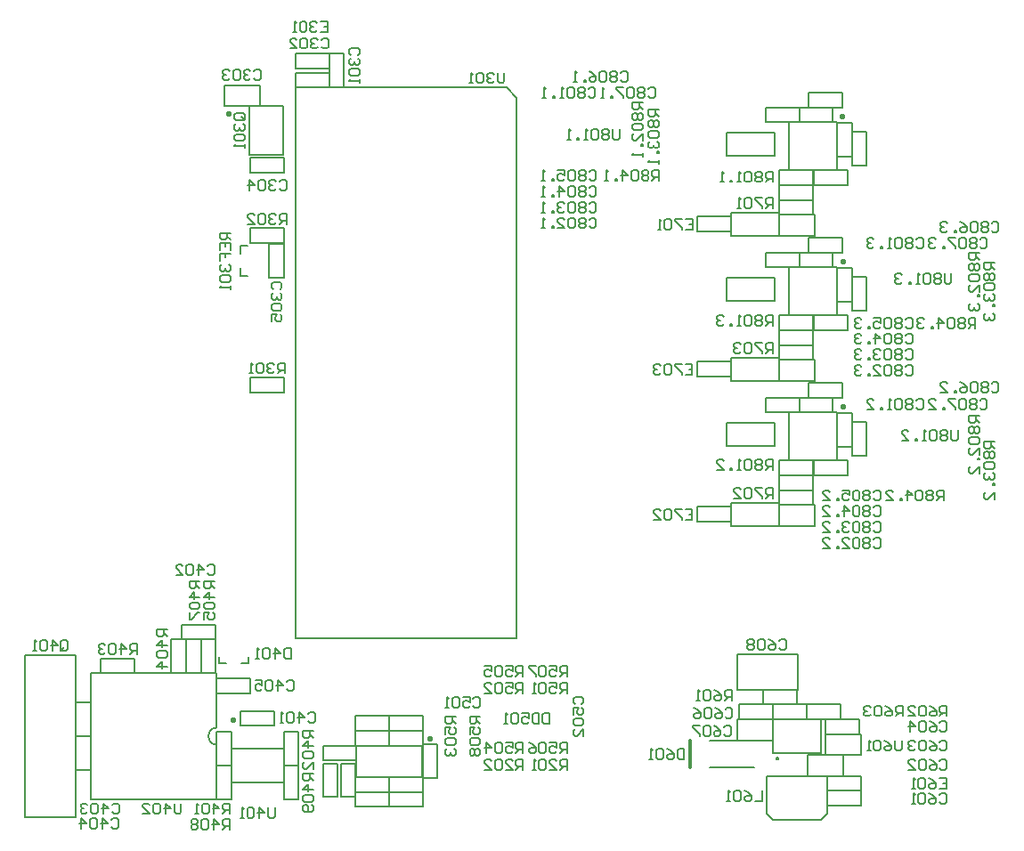
<source format=gbo>
G04*
G04 #@! TF.GenerationSoftware,Altium Limited,Altium Designer,22.1.2 (22)*
G04*
G04 Layer_Color=32896*
%FSAX44Y44*%
%MOMM*%
G71*
G04*
G04 #@! TF.SameCoordinates,AEE1FB78-7808-4CFB-96B9-68BC2BEC934A*
G04*
G04*
G04 #@! TF.FilePolarity,Positive*
G04*
G01*
G75*
%ADD10C,0.1530*%
%ADD11C,0.2000*%
%ADD12C,0.2540*%
%ADD29C,0.3000*%
D10*
X00189000Y00220000D02*
G03*
X00189000Y00204000I00000000J-00008000D01*
G01*
Y00220000D02*
Y00272000D01*
X00069000Y00272000D02*
X00189000D01*
X00321000Y00217000D02*
X00353000D01*
X00321000D02*
X00321000Y00203000D01*
X00353000Y00203000D01*
Y00217000D01*
X00384000Y00173000D02*
Y00203000D01*
X00322000D02*
X00384000D01*
X00322000Y00173000D02*
Y00203000D01*
Y00173000D02*
X00384000D01*
X00007000Y00289000D02*
X00055000D01*
X00007000Y00135000D02*
Y00289000D01*
Y00135000D02*
X00055000D01*
Y00289000D01*
X00189000Y00152000D02*
X00203000Y00152000D01*
X00189000Y00152000D02*
Y00184000D01*
X00203000Y00184000D01*
X00203000Y00152000D01*
X00711000Y00810000D02*
X00743000D01*
X00711000Y00796000D02*
Y00810000D01*
Y00796000D02*
X00743000D01*
Y00810000D01*
X00743000D02*
X00775000D01*
X00743000D02*
X00743000Y00796000D01*
X00775000D01*
Y00810000D01*
X00752000Y00824000D02*
X00784000D01*
X00752000Y00810000D02*
Y00824000D01*
Y00810000D02*
X00784000D01*
X00784000Y00824000D01*
X00779000Y00750000D02*
Y00796000D01*
X00733000D02*
X00779000D01*
X00733000Y00750000D02*
X00733000Y00796000D01*
X00733000Y00750000D02*
X00779000D01*
X00779000Y00795000D02*
X00793000D01*
Y00763000D02*
Y00795000D01*
X00779000Y00763000D02*
X00793000Y00763000D01*
X00779000Y00795000D02*
X00779000Y00763000D01*
X00724000Y00750000D02*
X00756000Y00750000D01*
X00724000Y00736000D02*
X00724000Y00750000D01*
X00724000Y00736000D02*
X00756000Y00736000D01*
Y00750000D01*
X00724000Y00722000D02*
X00756000D01*
X00724000Y00708000D02*
Y00722000D01*
Y00708000D02*
X00756000D01*
Y00722000D01*
X00724000Y00736000D02*
X00756000D01*
X00724000Y00722000D02*
X00724000Y00736000D01*
X00724000Y00722000D02*
X00756000D01*
Y00736000D01*
X00720000Y00786000D02*
X00720000Y00764000D01*
X00674000Y00764000D02*
X00720000Y00764000D01*
X00674000Y00764000D02*
Y00786000D01*
X00720000D01*
X00793000Y00787000D02*
X00807000Y00787000D01*
Y00755000D02*
Y00787000D01*
X00793000Y00755000D02*
X00807000Y00755000D01*
X00793000Y00755000D02*
X00793000Y00787000D01*
X00757000Y00736000D02*
Y00750000D01*
X00789000D01*
X00789000Y00736000D02*
X00789000Y00750000D01*
X00757000Y00736000D02*
X00789000D01*
X00758000Y00708000D02*
X00758000Y00688000D01*
X00724000Y00708000D02*
X00758000D01*
X00724000Y00688000D02*
Y00708000D01*
Y00688000D02*
X00758000D01*
X00752000Y00686000D02*
X00784000Y00686000D01*
X00752000Y00672000D02*
X00752000Y00686000D01*
X00752000Y00672000D02*
X00784000D01*
X00784000Y00686000D01*
X00711000Y00672000D02*
X00743000Y00672000D01*
X00711000Y00658000D02*
Y00672000D01*
Y00658000D02*
X00743000D01*
X00743000Y00672000D02*
X00743000Y00658000D01*
Y00672000D02*
X00775000D01*
X00743000Y00658000D02*
Y00672000D01*
Y00658000D02*
X00775000D01*
X00775000Y00672000D01*
X00678000Y00688000D02*
Y00710000D01*
X00724000D01*
Y00688000D02*
Y00710000D01*
X00678000Y00688000D02*
X00724000D01*
X00720000Y00626000D02*
Y00648000D01*
X00674000Y00626000D02*
X00720000Y00626000D01*
X00674000Y00626000D02*
Y00648000D01*
X00720000D01*
X00779000Y00612000D02*
Y00658000D01*
X00733000D02*
X00779000D01*
X00733000Y00612000D02*
X00733000Y00658000D01*
X00733000Y00612000D02*
X00779000Y00612000D01*
Y00657000D02*
X00793000Y00657000D01*
Y00625000D02*
Y00657000D01*
X00779000Y00625000D02*
X00793000Y00625000D01*
X00779000Y00625000D02*
Y00657000D01*
X00793000Y00649000D02*
X00807000D01*
Y00617000D02*
Y00649000D01*
X00793000Y00617000D02*
X00807000Y00617000D01*
X00793000Y00617000D02*
X00793000Y00649000D01*
X00724000Y00612000D02*
X00756000Y00612000D01*
X00724000Y00598000D02*
X00724000Y00612000D01*
X00724000Y00598000D02*
X00756000D01*
Y00612000D01*
X00757000Y00598000D02*
X00757000Y00612000D01*
X00789000D01*
X00789000Y00598000D02*
X00789000Y00612000D01*
X00757000Y00598000D02*
X00789000D01*
X00724000Y00598000D02*
X00756000Y00598000D01*
X00724000Y00584000D02*
Y00598000D01*
Y00584000D02*
X00756000D01*
Y00598000D01*
X00724000Y00584000D02*
X00756000D01*
X00724000Y00570000D02*
Y00584000D01*
Y00570000D02*
X00756000D01*
X00756000Y00584000D01*
X00758000Y00550000D02*
X00758000Y00570000D01*
X00724000Y00570000D02*
X00758000Y00570000D01*
X00724000Y00550000D02*
X00724000Y00570000D01*
X00724000Y00550000D02*
X00758000D01*
X00752000Y00548000D02*
X00784000Y00548000D01*
X00752000Y00534000D02*
X00752000Y00548000D01*
X00752000Y00534000D02*
X00784000D01*
X00784000Y00548000D01*
X00678000Y00550000D02*
Y00572000D01*
X00724000D01*
Y00550000D02*
Y00572000D01*
X00678000Y00550000D02*
X00724000D01*
X00711000Y00534000D02*
X00743000Y00534000D01*
X00711000Y00520000D02*
Y00534000D01*
Y00520000D02*
X00743000D01*
X00743000Y00534000D02*
X00743000Y00520000D01*
X00646000Y00706000D02*
X00678000D01*
Y00692000D02*
Y00706000D01*
X00646000Y00692000D02*
Y00706000D01*
Y00692000D02*
X00678000D01*
X00743000Y00534000D02*
X00775000D01*
X00743000Y00520000D02*
Y00534000D01*
Y00520000D02*
X00775000D01*
X00775000Y00534000D01*
X00646000Y00568000D02*
X00678000D01*
Y00554000D02*
Y00568000D01*
X00646000Y00554000D02*
Y00568000D01*
Y00554000D02*
X00678000D01*
X00779000Y00474000D02*
Y00520000D01*
X00733000D02*
X00779000D01*
X00733000Y00474000D02*
X00733000Y00520000D01*
X00733000Y00474000D02*
X00779000Y00474000D01*
X00720000Y00488000D02*
Y00510000D01*
X00674000Y00488000D02*
X00720000Y00488000D01*
X00674000Y00488000D02*
Y00510000D01*
X00720000D01*
X00779000Y00519000D02*
X00793000Y00519000D01*
Y00487000D02*
Y00519000D01*
X00779000Y00487000D02*
X00793000Y00487000D01*
X00779000Y00487000D02*
Y00519000D01*
X00793000Y00511000D02*
X00807000D01*
Y00479000D02*
Y00511000D01*
X00793000Y00479000D02*
X00807000Y00479000D01*
X00793000Y00479000D02*
X00793000Y00511000D01*
X00724000Y00474000D02*
X00756000Y00474000D01*
X00724000Y00460000D02*
X00724000Y00474000D01*
X00724000Y00460000D02*
X00756000D01*
Y00474000D01*
X00757000Y00460000D02*
X00757000Y00474000D01*
X00789000D01*
X00789000Y00460000D02*
X00789000Y00474000D01*
X00757000Y00460000D02*
X00789000D01*
X00724000Y00460000D02*
X00756000Y00460000D01*
X00724000Y00446000D02*
Y00460000D01*
Y00446000D02*
X00756000D01*
Y00460000D01*
X00724000Y00446000D02*
X00756000D01*
X00724000Y00432000D02*
Y00446000D01*
Y00432000D02*
X00756000D01*
X00756000Y00446000D01*
X00758000Y00412000D02*
X00758000Y00432000D01*
X00724000Y00432000D02*
X00758000Y00432000D01*
X00724000Y00412000D02*
X00724000Y00432000D01*
X00724000Y00412000D02*
X00758000D01*
X00678000Y00412000D02*
Y00434000D01*
X00724000D01*
Y00412000D02*
Y00434000D01*
X00678000Y00412000D02*
X00724000D01*
X00646000Y00430000D02*
X00678000D01*
Y00416000D02*
Y00430000D01*
X00646000Y00416000D02*
Y00430000D01*
Y00416000D02*
X00678000D01*
X00782000Y00228000D02*
Y00242000D01*
X00750000Y00228000D02*
X00782000D01*
X00750000D02*
Y00242000D01*
X00782000D01*
X00768000Y00228000D02*
X00800000D01*
X00768000Y00214000D02*
X00768000Y00228000D01*
X00768000Y00214000D02*
X00800000Y00214000D01*
X00800000Y00228000D01*
X00802000Y00194000D02*
Y00214000D01*
X00768000D02*
X00802000D01*
X00768000Y00194000D02*
Y00214000D01*
Y00194000D02*
X00802000D01*
X00751000Y00174000D02*
Y00194000D01*
Y00174000D02*
X00785000D01*
Y00194000D01*
X00751000D02*
X00785000D01*
X00770000Y00160000D02*
X00802000D01*
X00770000Y00174000D02*
X00770000Y00160000D01*
X00802000Y00174000D02*
X00802000Y00160000D01*
X00770000Y00174000D02*
X00802000Y00174000D01*
X00718000Y00132000D02*
X00759000D01*
X00764000D02*
X00770000Y00138000D01*
X00770000Y00174000D01*
X00759000Y00132000D02*
X00764000D01*
X00712000Y00138000D02*
X00718000Y00132000D01*
X00712000Y00138000D02*
Y00174000D01*
X00770000D01*
X00770000Y00146000D02*
X00802000D01*
X00802000Y00160000D02*
X00802000Y00146000D01*
X00770000Y00160000D02*
X00802000Y00160000D01*
X00770000Y00146000D02*
X00770000Y00160000D01*
X00764000Y00196000D02*
Y00228000D01*
X00718000Y00196000D02*
X00764000Y00196000D01*
X00718000Y00228000D02*
X00764000Y00228000D01*
X00718000Y00228000D02*
X00718000Y00196000D01*
X00741000Y00242000D02*
Y00256000D01*
X00709000Y00242000D02*
X00741000D01*
X00709000D02*
Y00256000D01*
X00741000D01*
X00750000Y00242000D02*
X00750000Y00228000D01*
X00718000D02*
X00750000D01*
X00718000D02*
X00718000Y00242000D01*
X00750000D01*
X00718000Y00228000D02*
X00718000Y00208000D01*
X00684000Y00228000D02*
X00718000D01*
X00684000Y00208000D02*
Y00228000D01*
Y00208000D02*
X00718000D01*
X00686000Y00242000D02*
X00718000Y00242000D01*
X00686000Y00228000D02*
Y00242000D01*
Y00228000D02*
X00718000D01*
X00718000Y00242000D02*
X00718000Y00228000D01*
X00684000Y00256000D02*
Y00290000D01*
Y00256000D02*
X00742000D01*
X00684000Y00290000D02*
X00742000D01*
Y00256000D02*
Y00290000D01*
X00055000Y00244250D02*
X00069000D01*
X00069000Y00212250D02*
X00069000Y00244250D01*
X00055000Y00212250D02*
X00069000Y00212250D01*
X00055000Y00212250D02*
Y00244250D01*
X00055000Y00180000D02*
X00069000Y00180000D01*
X00055000Y00212000D02*
X00055000Y00180000D01*
X00055000Y00212000D02*
X00069000D01*
X00069000Y00180000D01*
X00353000Y00217000D02*
Y00231000D01*
X00385000D01*
X00385000Y00217000D02*
X00385000Y00231000D01*
X00353000Y00217000D02*
X00385000D01*
X00353000Y00203000D02*
Y00217000D01*
X00385000D01*
X00385000Y00203000D02*
X00385000Y00217000D01*
X00353000Y00203000D02*
X00385000Y00203000D01*
X00353000Y00217000D02*
Y00231000D01*
X00321000Y00217000D02*
X00353000D01*
X00321000Y00231000D02*
X00321000Y00217000D01*
X00321000Y00231000D02*
X00353000D01*
X00212500Y00281000D02*
X00219500D01*
X00219500Y00287000D02*
X00219500Y00281000D01*
X00191000D02*
X00198500D01*
X00191000Y00287000D02*
X00191000Y00281000D01*
X00203000Y00184000D02*
Y00216000D01*
X00189000Y00216000D02*
X00203000Y00216000D01*
X00189000Y00216000D02*
X00189000Y00184000D01*
X00203000Y00184000D01*
X00203000Y00168000D02*
X00253000Y00168000D01*
X00203000Y00200000D02*
X00253000D01*
X00253000Y00168000D02*
X00253000Y00200000D01*
X00203000Y00168000D02*
Y00200000D01*
X00290000Y00186000D02*
X00304000Y00186000D01*
X00304000Y00154000D02*
X00304000Y00186000D01*
X00290000Y00154000D02*
X00304000D01*
X00290000D02*
Y00186000D01*
X00267000Y00184000D02*
X00267000Y00216000D01*
X00253000Y00216000D02*
X00267000Y00216000D01*
X00253000Y00184000D02*
X00253000Y00216000D01*
X00253000Y00184000D02*
X00267000Y00184000D01*
X00290000Y00189000D02*
X00322000D01*
X00322000Y00203000D02*
X00322000Y00189000D01*
X00290000Y00203000D02*
X00322000D01*
X00290000Y00189000D02*
Y00203000D01*
X00267000Y00152000D02*
X00267000Y00184000D01*
X00253000Y00184000D02*
X00267000Y00184000D01*
X00253000Y00152000D02*
Y00184000D01*
Y00152000D02*
X00267000Y00152000D01*
X00307000Y00154000D02*
X00321000D01*
X00307000D02*
Y00186000D01*
X00321000D01*
Y00154000D02*
Y00186000D01*
X00321000Y00173000D02*
X00321000Y00159000D01*
X00321000Y00173000D02*
X00353000D01*
Y00159000D02*
Y00173000D01*
X00321000Y00159000D02*
X00353000D01*
X00385000D02*
Y00173000D01*
X00353000Y00159000D02*
X00385000D01*
X00353000Y00173000D02*
X00353000Y00159000D01*
X00353000Y00173000D02*
X00385000D01*
X00321000Y00145000D02*
X00353000D01*
X00353000Y00159000D02*
X00353000Y00145000D01*
X00321000Y00159000D02*
X00353000D01*
X00321000Y00145000D02*
Y00159000D01*
X00353000Y00159000D02*
X00385000Y00159000D01*
X00353000Y00159000D02*
X00353000Y00145000D01*
X00385000D01*
X00385000Y00159000D02*
X00385000Y00145000D01*
X00399000Y00172000D02*
Y00204000D01*
X00385000Y00204000D02*
X00399000Y00204000D01*
X00385000Y00172000D02*
Y00204000D01*
Y00172000D02*
X00399000D01*
X00212000Y00222000D02*
Y00236000D01*
X00244000Y00236000D01*
X00244000Y00222000D01*
X00212000D02*
X00244000D01*
X00069000Y00152000D02*
X00189000Y00152000D01*
X00069000Y00152000D02*
Y00272000D01*
X00189000Y00267000D02*
X00221000Y00267000D01*
X00189000Y00253000D02*
X00189000Y00267000D01*
X00189000Y00253000D02*
X00221000Y00253000D01*
X00221000Y00267000D01*
X00174000Y00272000D02*
Y00304000D01*
X00160000Y00304000D02*
X00174000Y00304000D01*
X00160000Y00272000D02*
Y00304000D01*
Y00272000D02*
X00174000Y00272000D01*
X00174000Y00272000D02*
Y00304000D01*
Y00272000D02*
X00188000Y00272000D01*
X00188000Y00304000D01*
X00174000D02*
X00188000D01*
X00156000Y00318000D02*
X00156000Y00304000D01*
X00156000Y00318000D02*
X00188000D01*
X00188000Y00304000D02*
X00188000Y00318000D01*
X00156000Y00304000D02*
X00188000D01*
X00160000Y00304000D02*
X00160000Y00272000D01*
X00146000Y00304000D02*
X00160000Y00304000D01*
X00146000Y00304000D02*
X00146000Y00272000D01*
X00160000Y00272000D01*
X00111000Y00286000D02*
X00111000Y00272000D01*
X00079000D02*
X00111000D01*
X00079000Y00286000D02*
X00079000Y00272000D01*
X00079000Y00286000D02*
X00111000Y00286000D01*
X00221000Y00539000D02*
Y00553000D01*
X00253000D01*
Y00539000D02*
Y00553000D01*
X00221000Y00539000D02*
X00253000D01*
X00253000Y00648000D02*
Y00680000D01*
X00239000D02*
X00253000D01*
X00239000Y00648000D02*
Y00680000D01*
Y00648000D02*
X00253000D01*
X00221000Y00681000D02*
Y00695000D01*
X00253000D01*
Y00681000D02*
Y00695000D01*
X00221000Y00681000D02*
X00253000D01*
X00212000Y00678500D02*
X00218000D01*
X00212000Y00671000D02*
Y00678500D01*
Y00650000D02*
X00218000D01*
X00212000D02*
Y00657000D01*
X00196000Y00811000D02*
Y00831000D01*
Y00811000D02*
X00230000D01*
Y00831000D01*
X00196000D02*
X00230000D01*
X00221000Y00762000D02*
X00253000D01*
X00221000Y00748000D02*
Y00762000D01*
Y00748000D02*
X00253000D01*
Y00762000D01*
X00220000Y00765000D02*
X00252000D01*
X00220000D02*
Y00811000D01*
X00252000Y00765000D02*
Y00811000D01*
X00220000D02*
X00252000D01*
X00264000Y00847000D02*
X00296000D01*
X00264000D02*
Y00861000D01*
X00296000Y00847000D02*
Y00861000D01*
X00264000D02*
X00296000D01*
X00264000Y00843000D02*
X00296000D01*
X00264000Y00829000D02*
Y00843000D01*
Y00829000D02*
X00296000D01*
Y00843000D01*
X00310000Y00829000D02*
Y00861000D01*
X00296000D02*
X00310000D01*
X00296000Y00829000D02*
Y00861000D01*
Y00829000D02*
X00310000D01*
X00264000Y00305000D02*
X00264000Y00829050D01*
X00474200Y00305000D02*
X00474200Y00819300D01*
X00264000Y00305000D02*
X00474200D01*
X00264000Y00829050D02*
X00464450D01*
X00474200Y00819300D01*
X00657500Y00208000D02*
X00700500D01*
X00657500Y00182000D02*
X00700500D01*
D11*
X00913998Y00516491D02*
X00904002D01*
Y00511493D01*
X00905668Y00509827D01*
X00909000D01*
X00910666Y00511493D01*
Y00516491D01*
Y00513159D02*
X00913998Y00509827D01*
X00905668Y00506494D02*
X00904002Y00504828D01*
Y00501496D01*
X00905668Y00499830D01*
X00907334D01*
X00909000Y00501496D01*
X00910666Y00499830D01*
X00912332D01*
X00913998Y00501496D01*
Y00504828D01*
X00912332Y00506494D01*
X00910666D01*
X00909000Y00504828D01*
X00907334Y00506494D01*
X00905668D01*
X00909000Y00504828D02*
Y00501496D01*
X00905668Y00496498D02*
X00904002Y00494831D01*
Y00491499D01*
X00905668Y00489833D01*
X00912332D01*
X00913998Y00491499D01*
Y00494831D01*
X00912332Y00496498D01*
X00905668D01*
X00913998Y00479836D02*
Y00486501D01*
X00907334Y00479836D01*
X00905668D01*
X00904002Y00481502D01*
Y00484835D01*
X00905668Y00486501D01*
X00913998Y00476504D02*
X00912332D01*
Y00474838D01*
X00913998D01*
Y00476504D01*
Y00461509D02*
Y00468173D01*
X00907334Y00461509D01*
X00905668D01*
X00904002Y00463175D01*
Y00466507D01*
X00905668Y00468173D01*
X00913998Y00671491D02*
X00904002D01*
Y00666493D01*
X00905668Y00664827D01*
X00909000D01*
X00910666Y00666493D01*
Y00671491D01*
Y00668159D02*
X00913998Y00664827D01*
X00905668Y00661494D02*
X00904002Y00659828D01*
Y00656496D01*
X00905668Y00654830D01*
X00907334D01*
X00909000Y00656496D01*
X00910666Y00654830D01*
X00912332D01*
X00913998Y00656496D01*
Y00659828D01*
X00912332Y00661494D01*
X00910666D01*
X00909000Y00659828D01*
X00907334Y00661494D01*
X00905668D01*
X00909000Y00659828D02*
Y00656496D01*
X00905668Y00651498D02*
X00904002Y00649831D01*
Y00646499D01*
X00905668Y00644833D01*
X00912332D01*
X00913998Y00646499D01*
Y00649831D01*
X00912332Y00651498D01*
X00905668D01*
X00913998Y00634836D02*
Y00641501D01*
X00907334Y00634836D01*
X00905668D01*
X00904002Y00636502D01*
Y00639835D01*
X00905668Y00641501D01*
X00913998Y00631504D02*
X00912332D01*
Y00629838D01*
X00913998D01*
Y00631504D01*
X00905668Y00623173D02*
X00904002Y00621507D01*
Y00618175D01*
X00905668Y00616509D01*
X00907334D01*
X00909000Y00618175D01*
Y00619841D01*
Y00618175D01*
X00910666Y00616509D01*
X00912332D01*
X00913998Y00618175D01*
Y00621507D01*
X00912332Y00623173D01*
X00925827Y00547332D02*
X00927493Y00548998D01*
X00930825D01*
X00932491Y00547332D01*
Y00540668D01*
X00930825Y00539002D01*
X00927493D01*
X00925827Y00540668D01*
X00922494Y00547332D02*
X00920828Y00548998D01*
X00917496D01*
X00915830Y00547332D01*
Y00545666D01*
X00917496Y00544000D01*
X00915830Y00542334D01*
Y00540668D01*
X00917496Y00539002D01*
X00920828D01*
X00922494Y00540668D01*
Y00542334D01*
X00920828Y00544000D01*
X00922494Y00545666D01*
Y00547332D01*
X00920828Y00544000D02*
X00917496D01*
X00912498Y00547332D02*
X00910831Y00548998D01*
X00907499D01*
X00905833Y00547332D01*
Y00540668D01*
X00907499Y00539002D01*
X00910831D01*
X00912498Y00540668D01*
Y00547332D01*
X00895836Y00548998D02*
X00899168Y00547332D01*
X00902501Y00544000D01*
Y00540668D01*
X00900835Y00539002D01*
X00897502D01*
X00895836Y00540668D01*
Y00542334D01*
X00897502Y00544000D01*
X00902501D01*
X00892504Y00539002D02*
Y00540668D01*
X00890838D01*
Y00539002D01*
X00892504D01*
X00877509D02*
X00884173D01*
X00877509Y00545666D01*
Y00547332D01*
X00879175Y00548998D01*
X00882507D01*
X00884173Y00547332D01*
X00925827Y00699332D02*
X00927493Y00700998D01*
X00930825D01*
X00932491Y00699332D01*
Y00692668D01*
X00930825Y00691002D01*
X00927493D01*
X00925827Y00692668D01*
X00922494Y00699332D02*
X00920828Y00700998D01*
X00917496D01*
X00915830Y00699332D01*
Y00697666D01*
X00917496Y00696000D01*
X00915830Y00694334D01*
Y00692668D01*
X00917496Y00691002D01*
X00920828D01*
X00922494Y00692668D01*
Y00694334D01*
X00920828Y00696000D01*
X00922494Y00697666D01*
Y00699332D01*
X00920828Y00696000D02*
X00917496D01*
X00912498Y00699332D02*
X00910831Y00700998D01*
X00907499D01*
X00905833Y00699332D01*
Y00692668D01*
X00907499Y00691002D01*
X00910831D01*
X00912498Y00692668D01*
Y00699332D01*
X00895836Y00700998D02*
X00899168Y00699332D01*
X00902501Y00696000D01*
Y00692668D01*
X00900835Y00691002D01*
X00897502D01*
X00895836Y00692668D01*
Y00694334D01*
X00897502Y00696000D01*
X00902501D01*
X00892504Y00691002D02*
Y00692668D01*
X00890838D01*
Y00691002D01*
X00892504D01*
X00884173Y00699332D02*
X00882507Y00700998D01*
X00879175D01*
X00877509Y00699332D01*
Y00697666D01*
X00879175Y00696000D01*
X00880841D01*
X00879175D01*
X00877509Y00694334D01*
Y00692668D01*
X00879175Y00691002D01*
X00882507D01*
X00884173Y00692668D01*
X00543161Y00703332D02*
X00544827Y00704998D01*
X00548159D01*
X00549825Y00703332D01*
Y00696668D01*
X00548159Y00695002D01*
X00544827D01*
X00543161Y00696668D01*
X00539828Y00703332D02*
X00538162Y00704998D01*
X00534830D01*
X00533164Y00703332D01*
Y00701666D01*
X00534830Y00700000D01*
X00533164Y00698334D01*
Y00696668D01*
X00534830Y00695002D01*
X00538162D01*
X00539828Y00696668D01*
Y00698334D01*
X00538162Y00700000D01*
X00539828Y00701666D01*
Y00703332D01*
X00538162Y00700000D02*
X00534830D01*
X00529832Y00703332D02*
X00528165Y00704998D01*
X00524833D01*
X00523167Y00703332D01*
Y00696668D01*
X00524833Y00695002D01*
X00528165D01*
X00529832Y00696668D01*
Y00703332D01*
X00513170Y00695002D02*
X00519835D01*
X00513170Y00701666D01*
Y00703332D01*
X00514836Y00704998D01*
X00518168D01*
X00519835Y00703332D01*
X00509838Y00695002D02*
Y00696668D01*
X00508172D01*
Y00695002D01*
X00509838D01*
X00501507D02*
X00498175D01*
X00499841D01*
Y00704998D01*
X00501507Y00703332D01*
X00543161Y00718332D02*
X00544827Y00719998D01*
X00548159D01*
X00549825Y00718332D01*
Y00711668D01*
X00548159Y00710002D01*
X00544827D01*
X00543161Y00711668D01*
X00539828Y00718332D02*
X00538162Y00719998D01*
X00534830D01*
X00533164Y00718332D01*
Y00716666D01*
X00534830Y00715000D01*
X00533164Y00713334D01*
Y00711668D01*
X00534830Y00710002D01*
X00538162D01*
X00539828Y00711668D01*
Y00713334D01*
X00538162Y00715000D01*
X00539828Y00716666D01*
Y00718332D01*
X00538162Y00715000D02*
X00534830D01*
X00529832Y00718332D02*
X00528165Y00719998D01*
X00524833D01*
X00523167Y00718332D01*
Y00711668D01*
X00524833Y00710002D01*
X00528165D01*
X00529832Y00711668D01*
Y00718332D01*
X00519835D02*
X00518168Y00719998D01*
X00514836D01*
X00513170Y00718332D01*
Y00716666D01*
X00514836Y00715000D01*
X00516502D01*
X00514836D01*
X00513170Y00713334D01*
Y00711668D01*
X00514836Y00710002D01*
X00518168D01*
X00519835Y00711668D01*
X00509838Y00710002D02*
Y00711668D01*
X00508172D01*
Y00710002D01*
X00509838D01*
X00501507D02*
X00498175D01*
X00499841D01*
Y00719998D01*
X00501507Y00718332D01*
X00543161Y00733332D02*
X00544827Y00734998D01*
X00548159D01*
X00549825Y00733332D01*
Y00726668D01*
X00548159Y00725002D01*
X00544827D01*
X00543161Y00726668D01*
X00539828Y00733332D02*
X00538162Y00734998D01*
X00534830D01*
X00533164Y00733332D01*
Y00731666D01*
X00534830Y00730000D01*
X00533164Y00728334D01*
Y00726668D01*
X00534830Y00725002D01*
X00538162D01*
X00539828Y00726668D01*
Y00728334D01*
X00538162Y00730000D01*
X00539828Y00731666D01*
Y00733332D01*
X00538162Y00730000D02*
X00534830D01*
X00529832Y00733332D02*
X00528165Y00734998D01*
X00524833D01*
X00523167Y00733332D01*
Y00726668D01*
X00524833Y00725002D01*
X00528165D01*
X00529832Y00726668D01*
Y00733332D01*
X00514836Y00725002D02*
Y00734998D01*
X00519835Y00730000D01*
X00513170D01*
X00509838Y00725002D02*
Y00726668D01*
X00508172D01*
Y00725002D01*
X00509838D01*
X00501507D02*
X00498175D01*
X00499841D01*
Y00734998D01*
X00501507Y00733332D01*
X00543161Y00748332D02*
X00544827Y00749998D01*
X00548159D01*
X00549825Y00748332D01*
Y00741668D01*
X00548159Y00740002D01*
X00544827D01*
X00543161Y00741668D01*
X00539828Y00748332D02*
X00538162Y00749998D01*
X00534830D01*
X00533164Y00748332D01*
Y00746666D01*
X00534830Y00745000D01*
X00533164Y00743334D01*
Y00741668D01*
X00534830Y00740002D01*
X00538162D01*
X00539828Y00741668D01*
Y00743334D01*
X00538162Y00745000D01*
X00539828Y00746666D01*
Y00748332D01*
X00538162Y00745000D02*
X00534830D01*
X00529832Y00748332D02*
X00528165Y00749998D01*
X00524833D01*
X00523167Y00748332D01*
Y00741668D01*
X00524833Y00740002D01*
X00528165D01*
X00529832Y00741668D01*
Y00748332D01*
X00513170Y00749998D02*
X00519835D01*
Y00745000D01*
X00516502Y00746666D01*
X00514836D01*
X00513170Y00745000D01*
Y00741668D01*
X00514836Y00740002D01*
X00518168D01*
X00519835Y00741668D01*
X00509838Y00740002D02*
Y00741668D01*
X00508172D01*
Y00740002D01*
X00509838D01*
X00501507D02*
X00498175D01*
X00499841D01*
Y00749998D01*
X00501507Y00748332D01*
X00880491Y00436002D02*
Y00445998D01*
X00875493D01*
X00873827Y00444332D01*
Y00441000D01*
X00875493Y00439334D01*
X00880491D01*
X00877159D02*
X00873827Y00436002D01*
X00870494Y00444332D02*
X00868828Y00445998D01*
X00865496D01*
X00863830Y00444332D01*
Y00442666D01*
X00865496Y00441000D01*
X00863830Y00439334D01*
Y00437668D01*
X00865496Y00436002D01*
X00868828D01*
X00870494Y00437668D01*
Y00439334D01*
X00868828Y00441000D01*
X00870494Y00442666D01*
Y00444332D01*
X00868828Y00441000D02*
X00865496D01*
X00860498Y00444332D02*
X00858831Y00445998D01*
X00855499D01*
X00853833Y00444332D01*
Y00437668D01*
X00855499Y00436002D01*
X00858831D01*
X00860498Y00437668D01*
Y00444332D01*
X00845502Y00436002D02*
Y00445998D01*
X00850501Y00441000D01*
X00843836D01*
X00840504Y00436002D02*
Y00437668D01*
X00838838D01*
Y00436002D01*
X00840504D01*
X00825509D02*
X00832173D01*
X00825509Y00442666D01*
Y00444332D01*
X00827175Y00445998D01*
X00830507D01*
X00832173Y00444332D01*
X00717661Y00465002D02*
Y00474998D01*
X00712663D01*
X00710997Y00473332D01*
Y00470000D01*
X00712663Y00468334D01*
X00717661D01*
X00714329D02*
X00710997Y00465002D01*
X00707664Y00473332D02*
X00705998Y00474998D01*
X00702666D01*
X00701000Y00473332D01*
Y00471666D01*
X00702666Y00470000D01*
X00701000Y00468334D01*
Y00466668D01*
X00702666Y00465002D01*
X00705998D01*
X00707664Y00466668D01*
Y00468334D01*
X00705998Y00470000D01*
X00707664Y00471666D01*
Y00473332D01*
X00705998Y00470000D02*
X00702666D01*
X00697668Y00473332D02*
X00696002Y00474998D01*
X00692669D01*
X00691003Y00473332D01*
Y00466668D01*
X00692669Y00465002D01*
X00696002D01*
X00697668Y00466668D01*
Y00473332D01*
X00687671Y00465002D02*
X00684339D01*
X00686005D01*
Y00474998D01*
X00687671Y00473332D01*
X00679340Y00465002D02*
Y00466668D01*
X00677674D01*
Y00465002D01*
X00679340D01*
X00664345D02*
X00671010D01*
X00664345Y00471666D01*
Y00473332D01*
X00666011Y00474998D01*
X00669343D01*
X00671010Y00473332D01*
X00717661Y00438002D02*
Y00447998D01*
X00712663D01*
X00710997Y00446332D01*
Y00443000D01*
X00712663Y00441334D01*
X00717661D01*
X00714329D02*
X00710997Y00438002D01*
X00707664Y00447998D02*
X00701000D01*
Y00446332D01*
X00707664Y00439668D01*
Y00438002D01*
X00697668Y00446332D02*
X00696002Y00447998D01*
X00692669D01*
X00691003Y00446332D01*
Y00439668D01*
X00692669Y00438002D01*
X00696002D01*
X00697668Y00439668D01*
Y00446332D01*
X00681006Y00438002D02*
X00687671D01*
X00681006Y00444666D01*
Y00446332D01*
X00682673Y00447998D01*
X00686005D01*
X00687671Y00446332D01*
X00634663Y00427998D02*
X00641327D01*
Y00418002D01*
X00634663D01*
X00641327Y00423000D02*
X00637995D01*
X00631331Y00427998D02*
X00624666D01*
Y00426332D01*
X00631331Y00419668D01*
Y00418002D01*
X00621334Y00426332D02*
X00619668Y00427998D01*
X00616335D01*
X00614669Y00426332D01*
Y00419668D01*
X00616335Y00418002D01*
X00619668D01*
X00621334Y00419668D01*
Y00426332D01*
X00604673Y00418002D02*
X00611337D01*
X00604673Y00424666D01*
Y00426332D01*
X00606339Y00427998D01*
X00609671D01*
X00611337Y00426332D01*
X00522327Y00196002D02*
Y00205998D01*
X00517329D01*
X00515663Y00204332D01*
Y00201000D01*
X00517329Y00199334D01*
X00522327D01*
X00518995D02*
X00515663Y00196002D01*
X00505666Y00205998D02*
X00512331D01*
Y00201000D01*
X00508998Y00202666D01*
X00507332D01*
X00505666Y00201000D01*
Y00197668D01*
X00507332Y00196002D01*
X00510664D01*
X00512331Y00197668D01*
X00502334Y00204332D02*
X00500668Y00205998D01*
X00497336D01*
X00495669Y00204332D01*
Y00197668D01*
X00497336Y00196002D01*
X00500668D01*
X00502334Y00197668D01*
Y00204332D01*
X00485673Y00205998D02*
X00489005Y00204332D01*
X00492337Y00201000D01*
Y00197668D01*
X00490671Y00196002D01*
X00487339D01*
X00485673Y00197668D01*
Y00199334D01*
X00487339Y00201000D01*
X00492337D01*
X00522327Y00180002D02*
Y00189998D01*
X00517329D01*
X00515663Y00188332D01*
Y00185000D01*
X00517329Y00183334D01*
X00522327D01*
X00518995D02*
X00515663Y00180002D01*
X00505666D02*
X00512331D01*
X00505666Y00186666D01*
Y00188332D01*
X00507332Y00189998D01*
X00510664D01*
X00512331Y00188332D01*
X00502334D02*
X00500668Y00189998D01*
X00497336D01*
X00495669Y00188332D01*
Y00181668D01*
X00497336Y00180002D01*
X00500668D01*
X00502334Y00181668D01*
Y00188332D01*
X00492337Y00180002D02*
X00489005D01*
X00490671D01*
Y00189998D01*
X00492337Y00188332D01*
X00522327Y00269002D02*
Y00278998D01*
X00517329D01*
X00515663Y00277332D01*
Y00274000D01*
X00517329Y00272334D01*
X00522327D01*
X00518995D02*
X00515663Y00269002D01*
X00505666Y00278998D02*
X00512331D01*
Y00274000D01*
X00508998Y00275666D01*
X00507332D01*
X00505666Y00274000D01*
Y00270668D01*
X00507332Y00269002D01*
X00510664D01*
X00512331Y00270668D01*
X00502334Y00277332D02*
X00500668Y00278998D01*
X00497336D01*
X00495669Y00277332D01*
Y00270668D01*
X00497336Y00269002D01*
X00500668D01*
X00502334Y00270668D01*
Y00277332D01*
X00492337Y00278998D02*
X00485673D01*
Y00277332D01*
X00492337Y00270668D01*
Y00269002D01*
X00522327Y00253002D02*
Y00262998D01*
X00517329D01*
X00515663Y00261332D01*
Y00258000D01*
X00517329Y00256334D01*
X00522327D01*
X00518995D02*
X00515663Y00253002D01*
X00505666Y00262998D02*
X00512331D01*
Y00258000D01*
X00508998Y00259666D01*
X00507332D01*
X00505666Y00258000D01*
Y00254668D01*
X00507332Y00253002D01*
X00510664D01*
X00512331Y00254668D01*
X00502334Y00261332D02*
X00500668Y00262998D01*
X00497336D01*
X00495669Y00261332D01*
Y00254668D01*
X00497336Y00253002D01*
X00500668D01*
X00502334Y00254668D01*
Y00261332D01*
X00492337Y00253002D02*
X00489005D01*
X00490671D01*
Y00262998D01*
X00492337Y00261332D01*
X00180334Y00373332D02*
X00182000Y00374998D01*
X00185332D01*
X00186998Y00373332D01*
Y00366668D01*
X00185332Y00365002D01*
X00182000D01*
X00180334Y00366668D01*
X00172003Y00365002D02*
Y00374998D01*
X00177002Y00370000D01*
X00170337D01*
X00167005Y00373332D02*
X00165339Y00374998D01*
X00162006D01*
X00160340Y00373332D01*
Y00366668D01*
X00162006Y00365002D01*
X00165339D01*
X00167005Y00366668D01*
Y00373332D01*
X00150344Y00365002D02*
X00157008D01*
X00150344Y00371666D01*
Y00373332D01*
X00152010Y00374998D01*
X00155342D01*
X00157008Y00373332D01*
X00186998Y00359327D02*
X00177002D01*
Y00354329D01*
X00178668Y00352663D01*
X00182000D01*
X00183666Y00354329D01*
Y00359327D01*
Y00355995D02*
X00186998Y00352663D01*
Y00344332D02*
X00177002D01*
X00182000Y00349331D01*
Y00342666D01*
X00178668Y00339334D02*
X00177002Y00337668D01*
Y00334336D01*
X00178668Y00332669D01*
X00185332D01*
X00186998Y00334336D01*
Y00337668D01*
X00185332Y00339334D01*
X00178668D01*
X00177002Y00322673D02*
Y00329337D01*
X00182000D01*
X00180334Y00326005D01*
Y00324339D01*
X00182000Y00322673D01*
X00185332D01*
X00186998Y00324339D01*
Y00327671D01*
X00185332Y00329337D01*
X00721000Y00192000D02*
Y00189834D01*
X00723166D01*
Y00192000D01*
X00721000D01*
X00255663Y00263332D02*
X00257329Y00264998D01*
X00260661D01*
X00262327Y00263332D01*
Y00256668D01*
X00260661Y00255002D01*
X00257329D01*
X00255663Y00256668D01*
X00247332Y00255002D02*
Y00264998D01*
X00252331Y00260000D01*
X00245666D01*
X00242334Y00263332D02*
X00240668Y00264998D01*
X00237335D01*
X00235669Y00263332D01*
Y00256668D01*
X00237335Y00255002D01*
X00240668D01*
X00242334Y00256668D01*
Y00263332D01*
X00225673Y00264998D02*
X00232337D01*
Y00260000D01*
X00229005Y00261666D01*
X00227339D01*
X00225673Y00260000D01*
Y00256668D01*
X00227339Y00255002D01*
X00230671D01*
X00232337Y00256668D01*
X00887658Y00651998D02*
Y00643668D01*
X00885992Y00642002D01*
X00882660D01*
X00880994Y00643668D01*
Y00651998D01*
X00877661Y00650332D02*
X00875995Y00651998D01*
X00872663D01*
X00870997Y00650332D01*
Y00648666D01*
X00872663Y00647000D01*
X00870997Y00645334D01*
Y00643668D01*
X00872663Y00642002D01*
X00875995D01*
X00877661Y00643668D01*
Y00645334D01*
X00875995Y00647000D01*
X00877661Y00648666D01*
Y00650332D01*
X00875995Y00647000D02*
X00872663D01*
X00867664Y00650332D02*
X00865998Y00651998D01*
X00862666D01*
X00861000Y00650332D01*
Y00643668D01*
X00862666Y00642002D01*
X00865998D01*
X00867664Y00643668D01*
Y00650332D01*
X00857668Y00642002D02*
X00854335D01*
X00856002D01*
Y00651998D01*
X00857668Y00650332D01*
X00849337Y00642002D02*
Y00643668D01*
X00847671D01*
Y00642002D01*
X00849337D01*
X00841006Y00650332D02*
X00839340Y00651998D01*
X00836008D01*
X00834342Y00650332D01*
Y00648666D01*
X00836008Y00647000D01*
X00837674D01*
X00836008D01*
X00834342Y00645334D01*
Y00643668D01*
X00836008Y00642002D01*
X00839340D01*
X00841006Y00643668D01*
X00893658Y00502998D02*
Y00494668D01*
X00891992Y00493002D01*
X00888660D01*
X00886994Y00494668D01*
Y00502998D01*
X00883661Y00501332D02*
X00881995Y00502998D01*
X00878663D01*
X00876997Y00501332D01*
Y00499666D01*
X00878663Y00498000D01*
X00876997Y00496334D01*
Y00494668D01*
X00878663Y00493002D01*
X00881995D01*
X00883661Y00494668D01*
Y00496334D01*
X00881995Y00498000D01*
X00883661Y00499666D01*
Y00501332D01*
X00881995Y00498000D02*
X00878663D01*
X00873664Y00501332D02*
X00871998Y00502998D01*
X00868666D01*
X00867000Y00501332D01*
Y00494668D01*
X00868666Y00493002D01*
X00871998D01*
X00873664Y00494668D01*
Y00501332D01*
X00863668Y00493002D02*
X00860335D01*
X00862002D01*
Y00502998D01*
X00863668Y00501332D01*
X00855337Y00493002D02*
Y00494668D01*
X00853671D01*
Y00493002D01*
X00855337D01*
X00840342D02*
X00847006D01*
X00840342Y00499666D01*
Y00501332D01*
X00842008Y00502998D01*
X00845340D01*
X00847006Y00501332D01*
X00571992Y00788998D02*
Y00780668D01*
X00570326Y00779002D01*
X00566993D01*
X00565327Y00780668D01*
Y00788998D01*
X00561995Y00787332D02*
X00560329Y00788998D01*
X00556997D01*
X00555331Y00787332D01*
Y00785666D01*
X00556997Y00784000D01*
X00555331Y00782334D01*
Y00780668D01*
X00556997Y00779002D01*
X00560329D01*
X00561995Y00780668D01*
Y00782334D01*
X00560329Y00784000D01*
X00561995Y00785666D01*
Y00787332D01*
X00560329Y00784000D02*
X00556997D01*
X00551998Y00787332D02*
X00550332Y00788998D01*
X00547000D01*
X00545334Y00787332D01*
Y00780668D01*
X00547000Y00779002D01*
X00550332D01*
X00551998Y00780668D01*
Y00787332D01*
X00542002Y00779002D02*
X00538669D01*
X00540335D01*
Y00788998D01*
X00542002Y00787332D01*
X00533671Y00779002D02*
Y00780668D01*
X00532005D01*
Y00779002D01*
X00533671D01*
X00525340D02*
X00522008D01*
X00523674D01*
Y00788998D01*
X00525340Y00787332D01*
X00840661Y00207998D02*
Y00199668D01*
X00838995Y00198002D01*
X00835663D01*
X00833997Y00199668D01*
Y00207998D01*
X00824000D02*
X00827332Y00206332D01*
X00830665Y00203000D01*
Y00199668D01*
X00828998Y00198002D01*
X00825666D01*
X00824000Y00199668D01*
Y00201334D01*
X00825666Y00203000D01*
X00830665D01*
X00820668Y00206332D02*
X00819002Y00207998D01*
X00815669D01*
X00814003Y00206332D01*
Y00199668D01*
X00815669Y00198002D01*
X00819002D01*
X00820668Y00199668D01*
Y00206332D01*
X00810671Y00198002D02*
X00807339D01*
X00809005D01*
Y00207998D01*
X00810671Y00206332D01*
X00155327Y00147998D02*
Y00139668D01*
X00153661Y00138002D01*
X00150329D01*
X00148663Y00139668D01*
Y00147998D01*
X00140332Y00138002D02*
Y00147998D01*
X00145331Y00143000D01*
X00138666D01*
X00135334Y00146332D02*
X00133668Y00147998D01*
X00130336D01*
X00128669Y00146332D01*
Y00139668D01*
X00130336Y00138002D01*
X00133668D01*
X00135334Y00139668D01*
Y00146332D01*
X00118673Y00138002D02*
X00125337D01*
X00118673Y00144666D01*
Y00146332D01*
X00120339Y00147998D01*
X00123671D01*
X00125337Y00146332D01*
X00244661Y00143998D02*
Y00135668D01*
X00242995Y00134002D01*
X00239663D01*
X00237997Y00135668D01*
Y00143998D01*
X00229666Y00134002D02*
Y00143998D01*
X00234664Y00139000D01*
X00228000D01*
X00224668Y00142332D02*
X00223002Y00143998D01*
X00219669D01*
X00218003Y00142332D01*
Y00135668D01*
X00219669Y00134002D01*
X00223002D01*
X00224668Y00135668D01*
Y00142332D01*
X00214671Y00134002D02*
X00211339D01*
X00213005D01*
Y00143998D01*
X00214671Y00142332D01*
X00462661Y00842998D02*
Y00834668D01*
X00460995Y00833002D01*
X00457663D01*
X00455997Y00834668D01*
Y00842998D01*
X00452664Y00841332D02*
X00450998Y00842998D01*
X00447666D01*
X00446000Y00841332D01*
Y00839666D01*
X00447666Y00838000D01*
X00449332D01*
X00447666D01*
X00446000Y00836334D01*
Y00834668D01*
X00447666Y00833002D01*
X00450998D01*
X00452664Y00834668D01*
X00442668Y00841332D02*
X00441002Y00842998D01*
X00437669D01*
X00436003Y00841332D01*
Y00834668D01*
X00437669Y00833002D01*
X00441002D01*
X00442668Y00834668D01*
Y00841332D01*
X00432671Y00833002D02*
X00429339D01*
X00431005D01*
Y00842998D01*
X00432671Y00841332D01*
X00201998Y00690658D02*
X00192002D01*
Y00685660D01*
X00193668Y00683994D01*
X00197000D01*
X00198666Y00685660D01*
Y00690658D01*
Y00687326D02*
X00201998Y00683994D01*
X00192002Y00673997D02*
Y00680661D01*
X00201998D01*
Y00673997D01*
X00197000Y00680661D02*
Y00677329D01*
X00192002Y00664000D02*
Y00670665D01*
X00197000D01*
Y00667332D01*
Y00670665D01*
X00201998D01*
X00193668Y00660668D02*
X00192002Y00659002D01*
Y00655669D01*
X00193668Y00654003D01*
X00195334D01*
X00197000Y00655669D01*
Y00657336D01*
Y00655669D01*
X00198666Y00654003D01*
X00200332D01*
X00201998Y00655669D01*
Y00659002D01*
X00200332Y00660668D01*
X00193668Y00650671D02*
X00192002Y00649005D01*
Y00645673D01*
X00193668Y00644006D01*
X00200332D01*
X00201998Y00645673D01*
Y00649005D01*
X00200332Y00650671D01*
X00193668D01*
X00201998Y00640674D02*
Y00637342D01*
Y00639008D01*
X00192002D01*
X00193668Y00640674D01*
X00910491Y00600002D02*
Y00609998D01*
X00905493D01*
X00903827Y00608332D01*
Y00605000D01*
X00905493Y00603334D01*
X00910491D01*
X00907159D02*
X00903827Y00600002D01*
X00900494Y00608332D02*
X00898828Y00609998D01*
X00895496D01*
X00893830Y00608332D01*
Y00606666D01*
X00895496Y00605000D01*
X00893830Y00603334D01*
Y00601668D01*
X00895496Y00600002D01*
X00898828D01*
X00900494Y00601668D01*
Y00603334D01*
X00898828Y00605000D01*
X00900494Y00606666D01*
Y00608332D01*
X00898828Y00605000D02*
X00895496D01*
X00890498Y00608332D02*
X00888831Y00609998D01*
X00885499D01*
X00883833Y00608332D01*
Y00601668D01*
X00885499Y00600002D01*
X00888831D01*
X00890498Y00601668D01*
Y00608332D01*
X00875502Y00600002D02*
Y00609998D01*
X00880501Y00605000D01*
X00873836D01*
X00870504Y00600002D02*
Y00601668D01*
X00868838D01*
Y00600002D01*
X00870504D01*
X00862173Y00608332D02*
X00860507Y00609998D01*
X00857175D01*
X00855509Y00608332D01*
Y00606666D01*
X00857175Y00605000D01*
X00858841D01*
X00857175D01*
X00855509Y00603334D01*
Y00601668D01*
X00857175Y00600002D01*
X00860507D01*
X00862173Y00601668D01*
X00609825Y00740002D02*
Y00749998D01*
X00604827D01*
X00603161Y00748332D01*
Y00745000D01*
X00604827Y00743334D01*
X00609825D01*
X00606493D02*
X00603161Y00740002D01*
X00599828Y00748332D02*
X00598162Y00749998D01*
X00594830D01*
X00593164Y00748332D01*
Y00746666D01*
X00594830Y00745000D01*
X00593164Y00743334D01*
Y00741668D01*
X00594830Y00740002D01*
X00598162D01*
X00599828Y00741668D01*
Y00743334D01*
X00598162Y00745000D01*
X00599828Y00746666D01*
Y00748332D01*
X00598162Y00745000D02*
X00594830D01*
X00589831Y00748332D02*
X00588165Y00749998D01*
X00584833D01*
X00583167Y00748332D01*
Y00741668D01*
X00584833Y00740002D01*
X00588165D01*
X00589831Y00741668D01*
Y00748332D01*
X00574836Y00740002D02*
Y00749998D01*
X00579835Y00745000D01*
X00573170D01*
X00569838Y00740002D02*
Y00741668D01*
X00568172D01*
Y00740002D01*
X00569838D01*
X00561507D02*
X00558175D01*
X00559841D01*
Y00749998D01*
X00561507Y00748332D01*
X00928998Y00662491D02*
X00919002D01*
Y00657493D01*
X00920668Y00655827D01*
X00924000D01*
X00925666Y00657493D01*
Y00662491D01*
Y00659159D02*
X00928998Y00655827D01*
X00920668Y00652494D02*
X00919002Y00650828D01*
Y00647496D01*
X00920668Y00645830D01*
X00922334D01*
X00924000Y00647496D01*
X00925666Y00645830D01*
X00927332D01*
X00928998Y00647496D01*
Y00650828D01*
X00927332Y00652494D01*
X00925666D01*
X00924000Y00650828D01*
X00922334Y00652494D01*
X00920668D01*
X00924000Y00650828D02*
Y00647496D01*
X00920668Y00642498D02*
X00919002Y00640831D01*
Y00637499D01*
X00920668Y00635833D01*
X00927332D01*
X00928998Y00637499D01*
Y00640831D01*
X00927332Y00642498D01*
X00920668D01*
Y00632501D02*
X00919002Y00630835D01*
Y00627502D01*
X00920668Y00625836D01*
X00922334D01*
X00924000Y00627502D01*
Y00629169D01*
Y00627502D01*
X00925666Y00625836D01*
X00927332D01*
X00928998Y00627502D01*
Y00630835D01*
X00927332Y00632501D01*
X00928998Y00622504D02*
X00927332D01*
Y00620838D01*
X00928998D01*
Y00622504D01*
X00920668Y00614173D02*
X00919002Y00612507D01*
Y00609175D01*
X00920668Y00607509D01*
X00922334D01*
X00924000Y00609175D01*
Y00610841D01*
Y00609175D01*
X00925666Y00607509D01*
X00927332D01*
X00928998Y00609175D01*
Y00612507D01*
X00927332Y00614173D01*
X00928998Y00492491D02*
X00919002D01*
Y00487493D01*
X00920668Y00485827D01*
X00924000D01*
X00925666Y00487493D01*
Y00492491D01*
Y00489159D02*
X00928998Y00485827D01*
X00920668Y00482494D02*
X00919002Y00480828D01*
Y00477496D01*
X00920668Y00475830D01*
X00922334D01*
X00924000Y00477496D01*
X00925666Y00475830D01*
X00927332D01*
X00928998Y00477496D01*
Y00480828D01*
X00927332Y00482494D01*
X00925666D01*
X00924000Y00480828D01*
X00922334Y00482494D01*
X00920668D01*
X00924000Y00480828D02*
Y00477496D01*
X00920668Y00472498D02*
X00919002Y00470831D01*
Y00467499D01*
X00920668Y00465833D01*
X00927332D01*
X00928998Y00467499D01*
Y00470831D01*
X00927332Y00472498D01*
X00920668D01*
Y00462501D02*
X00919002Y00460835D01*
Y00457502D01*
X00920668Y00455836D01*
X00922334D01*
X00924000Y00457502D01*
Y00459169D01*
Y00457502D01*
X00925666Y00455836D01*
X00927332D01*
X00928998Y00457502D01*
Y00460835D01*
X00927332Y00462501D01*
X00928998Y00452504D02*
X00927332D01*
Y00450838D01*
X00928998D01*
Y00452504D01*
Y00437509D02*
Y00444173D01*
X00922334Y00437509D01*
X00920668D01*
X00919002Y00439175D01*
Y00442507D01*
X00920668Y00444173D01*
X00609825Y00807825D02*
X00599828D01*
Y00802827D01*
X00601494Y00801161D01*
X00604827D01*
X00606493Y00802827D01*
Y00807825D01*
Y00804493D02*
X00609825Y00801161D01*
X00601494Y00797828D02*
X00599828Y00796162D01*
Y00792830D01*
X00601494Y00791164D01*
X00603161D01*
X00604827Y00792830D01*
X00606493Y00791164D01*
X00608159D01*
X00609825Y00792830D01*
Y00796162D01*
X00608159Y00797828D01*
X00606493D01*
X00604827Y00796162D01*
X00603161Y00797828D01*
X00601494D01*
X00604827Y00796162D02*
Y00792830D01*
X00601494Y00787831D02*
X00599828Y00786165D01*
Y00782833D01*
X00601494Y00781167D01*
X00608159D01*
X00609825Y00782833D01*
Y00786165D01*
X00608159Y00787831D01*
X00601494D01*
Y00777835D02*
X00599828Y00776169D01*
Y00772836D01*
X00601494Y00771170D01*
X00603161D01*
X00604827Y00772836D01*
Y00774502D01*
Y00772836D01*
X00606493Y00771170D01*
X00608159D01*
X00609825Y00772836D01*
Y00776169D01*
X00608159Y00777835D01*
X00609825Y00767838D02*
X00608159D01*
Y00766172D01*
X00609825D01*
Y00767838D01*
Y00759507D02*
Y00756175D01*
Y00757841D01*
X00599828D01*
X00601494Y00759507D01*
X00593998Y00814825D02*
X00584002D01*
Y00809827D01*
X00585668Y00808160D01*
X00589000D01*
X00590666Y00809827D01*
Y00814825D01*
Y00811493D02*
X00593998Y00808160D01*
X00585668Y00804828D02*
X00584002Y00803162D01*
Y00799830D01*
X00585668Y00798164D01*
X00587334D01*
X00589000Y00799830D01*
X00590666Y00798164D01*
X00592332D01*
X00593998Y00799830D01*
Y00803162D01*
X00592332Y00804828D01*
X00590666D01*
X00589000Y00803162D01*
X00587334Y00804828D01*
X00585668D01*
X00589000Y00803162D02*
Y00799830D01*
X00585668Y00794831D02*
X00584002Y00793165D01*
Y00789833D01*
X00585668Y00788167D01*
X00592332D01*
X00593998Y00789833D01*
Y00793165D01*
X00592332Y00794831D01*
X00585668D01*
X00593998Y00778170D02*
Y00784835D01*
X00587334Y00778170D01*
X00585668D01*
X00584002Y00779836D01*
Y00783168D01*
X00585668Y00784835D01*
X00593998Y00774838D02*
X00592332D01*
Y00773172D01*
X00593998D01*
Y00774838D01*
Y00766507D02*
Y00763175D01*
Y00764841D01*
X00584002D01*
X00585668Y00766507D01*
X00717661Y00602002D02*
Y00611998D01*
X00712663D01*
X00710997Y00610332D01*
Y00607000D01*
X00712663Y00605334D01*
X00717661D01*
X00714329D02*
X00710997Y00602002D01*
X00707664Y00610332D02*
X00705998Y00611998D01*
X00702666D01*
X00701000Y00610332D01*
Y00608666D01*
X00702666Y00607000D01*
X00701000Y00605334D01*
Y00603668D01*
X00702666Y00602002D01*
X00705998D01*
X00707664Y00603668D01*
Y00605334D01*
X00705998Y00607000D01*
X00707664Y00608666D01*
Y00610332D01*
X00705998Y00607000D02*
X00702666D01*
X00697668Y00610332D02*
X00696002Y00611998D01*
X00692669D01*
X00691003Y00610332D01*
Y00603668D01*
X00692669Y00602002D01*
X00696002D01*
X00697668Y00603668D01*
Y00610332D01*
X00687671Y00602002D02*
X00684339D01*
X00686005D01*
Y00611998D01*
X00687671Y00610332D01*
X00679340Y00602002D02*
Y00603668D01*
X00677674D01*
Y00602002D01*
X00679340D01*
X00671010Y00610332D02*
X00669343Y00611998D01*
X00666011D01*
X00664345Y00610332D01*
Y00608666D01*
X00666011Y00607000D01*
X00667677D01*
X00666011D01*
X00664345Y00605334D01*
Y00603668D01*
X00666011Y00602002D01*
X00669343D01*
X00671010Y00603668D01*
X00717661Y00739002D02*
Y00748998D01*
X00712663D01*
X00710997Y00747332D01*
Y00744000D01*
X00712663Y00742334D01*
X00717661D01*
X00714329D02*
X00710997Y00739002D01*
X00707664Y00747332D02*
X00705998Y00748998D01*
X00702666D01*
X00701000Y00747332D01*
Y00745666D01*
X00702666Y00744000D01*
X00701000Y00742334D01*
Y00740668D01*
X00702666Y00739002D01*
X00705998D01*
X00707664Y00740668D01*
Y00742334D01*
X00705998Y00744000D01*
X00707664Y00745666D01*
Y00747332D01*
X00705998Y00744000D02*
X00702666D01*
X00697668Y00747332D02*
X00696002Y00748998D01*
X00692669D01*
X00691003Y00747332D01*
Y00740668D01*
X00692669Y00739002D01*
X00696002D01*
X00697668Y00740668D01*
Y00747332D01*
X00687671Y00739002D02*
X00684339D01*
X00686005D01*
Y00748998D01*
X00687671Y00747332D01*
X00679340Y00739002D02*
Y00740668D01*
X00677674D01*
Y00739002D01*
X00679340D01*
X00671010D02*
X00667677D01*
X00669343D01*
Y00748998D01*
X00671010Y00747332D01*
X00717661Y00576002D02*
Y00585998D01*
X00712663D01*
X00710997Y00584332D01*
Y00581000D01*
X00712663Y00579334D01*
X00717661D01*
X00714329D02*
X00710997Y00576002D01*
X00707664Y00585998D02*
X00701000D01*
Y00584332D01*
X00707664Y00577668D01*
Y00576002D01*
X00697668Y00584332D02*
X00696002Y00585998D01*
X00692669D01*
X00691003Y00584332D01*
Y00577668D01*
X00692669Y00576002D01*
X00696002D01*
X00697668Y00577668D01*
Y00584332D01*
X00687671D02*
X00686005Y00585998D01*
X00682673D01*
X00681006Y00584332D01*
Y00582666D01*
X00682673Y00581000D01*
X00684339D01*
X00682673D01*
X00681006Y00579334D01*
Y00577668D01*
X00682673Y00576002D01*
X00686005D01*
X00687671Y00577668D01*
X00717661Y00714002D02*
Y00723998D01*
X00712663D01*
X00710997Y00722332D01*
Y00719000D01*
X00712663Y00717334D01*
X00717661D01*
X00714329D02*
X00710997Y00714002D01*
X00707664Y00723998D02*
X00701000D01*
Y00722332D01*
X00707664Y00715668D01*
Y00714002D01*
X00697668Y00722332D02*
X00696002Y00723998D01*
X00692669D01*
X00691003Y00722332D01*
Y00715668D01*
X00692669Y00714002D01*
X00696002D01*
X00697668Y00715668D01*
Y00722332D01*
X00687671Y00714002D02*
X00684339D01*
X00686005D01*
Y00723998D01*
X00687671Y00722332D01*
X00841327Y00231002D02*
Y00240998D01*
X00836329D01*
X00834663Y00239332D01*
Y00236000D01*
X00836329Y00234334D01*
X00841327D01*
X00837995D02*
X00834663Y00231002D01*
X00824666Y00240998D02*
X00827998Y00239332D01*
X00831331Y00236000D01*
Y00232668D01*
X00829665Y00231002D01*
X00826332D01*
X00824666Y00232668D01*
Y00234334D01*
X00826332Y00236000D01*
X00831331D01*
X00821334Y00239332D02*
X00819668Y00240998D01*
X00816336D01*
X00814669Y00239332D01*
Y00232668D01*
X00816336Y00231002D01*
X00819668D01*
X00821334Y00232668D01*
Y00239332D01*
X00811337D02*
X00809671Y00240998D01*
X00806339D01*
X00804673Y00239332D01*
Y00237666D01*
X00806339Y00236000D01*
X00808005D01*
X00806339D01*
X00804673Y00234334D01*
Y00232668D01*
X00806339Y00231002D01*
X00809671D01*
X00811337Y00232668D01*
X00883327Y00231002D02*
Y00240998D01*
X00878329D01*
X00876663Y00239332D01*
Y00236000D01*
X00878329Y00234334D01*
X00883327D01*
X00879995D02*
X00876663Y00231002D01*
X00866666Y00240998D02*
X00869998Y00239332D01*
X00873331Y00236000D01*
Y00232668D01*
X00871665Y00231002D01*
X00868332D01*
X00866666Y00232668D01*
Y00234334D01*
X00868332Y00236000D01*
X00873331D01*
X00863334Y00239332D02*
X00861668Y00240998D01*
X00858335D01*
X00856669Y00239332D01*
Y00232668D01*
X00858335Y00231002D01*
X00861668D01*
X00863334Y00232668D01*
Y00239332D01*
X00846673Y00231002D02*
X00853337D01*
X00846673Y00237666D01*
Y00239332D01*
X00848339Y00240998D01*
X00851671D01*
X00853337Y00239332D01*
X00678661Y00246002D02*
Y00255998D01*
X00673663D01*
X00671997Y00254332D01*
Y00251000D01*
X00673663Y00249334D01*
X00678661D01*
X00675329D02*
X00671997Y00246002D01*
X00662000Y00255998D02*
X00665332Y00254332D01*
X00668664Y00251000D01*
Y00247668D01*
X00666998Y00246002D01*
X00663666D01*
X00662000Y00247668D01*
Y00249334D01*
X00663666Y00251000D01*
X00668664D01*
X00658668Y00254332D02*
X00657002Y00255998D01*
X00653669D01*
X00652003Y00254332D01*
Y00247668D01*
X00653669Y00246002D01*
X00657002D01*
X00658668Y00247668D01*
Y00254332D01*
X00648671Y00246002D02*
X00645339D01*
X00647005D01*
Y00255998D01*
X00648671Y00254332D01*
X00439661Y00230327D02*
X00429664D01*
Y00225329D01*
X00431331Y00223663D01*
X00434663D01*
X00436329Y00225329D01*
Y00230327D01*
Y00226995D02*
X00439661Y00223663D01*
X00429664Y00213666D02*
Y00220331D01*
X00434663D01*
X00432997Y00216998D01*
Y00215332D01*
X00434663Y00213666D01*
X00437995D01*
X00439661Y00215332D01*
Y00218664D01*
X00437995Y00220331D01*
X00431331Y00210334D02*
X00429664Y00208668D01*
Y00205336D01*
X00431331Y00203669D01*
X00437995D01*
X00439661Y00205336D01*
Y00208668D01*
X00437995Y00210334D01*
X00431331D01*
Y00200337D02*
X00429664Y00198671D01*
Y00195339D01*
X00431331Y00193673D01*
X00432997D01*
X00434663Y00195339D01*
X00436329Y00193673D01*
X00437995D01*
X00439661Y00195339D01*
Y00198671D01*
X00437995Y00200337D01*
X00436329D01*
X00434663Y00198671D01*
X00432997Y00200337D01*
X00431331D01*
X00434663Y00198671D02*
Y00195339D01*
X00480327Y00269002D02*
Y00278998D01*
X00475329D01*
X00473663Y00277332D01*
Y00274000D01*
X00475329Y00272334D01*
X00480327D01*
X00476995D02*
X00473663Y00269002D01*
X00463666Y00278998D02*
X00470331D01*
Y00274000D01*
X00466998Y00275666D01*
X00465332D01*
X00463666Y00274000D01*
Y00270668D01*
X00465332Y00269002D01*
X00468665D01*
X00470331Y00270668D01*
X00460334Y00277332D02*
X00458668Y00278998D01*
X00455336D01*
X00453669Y00277332D01*
Y00270668D01*
X00455336Y00269002D01*
X00458668D01*
X00460334Y00270668D01*
Y00277332D01*
X00443673Y00278998D02*
X00450337D01*
Y00274000D01*
X00447005Y00275666D01*
X00445339D01*
X00443673Y00274000D01*
Y00270668D01*
X00445339Y00269002D01*
X00448671D01*
X00450337Y00270668D01*
X00480327Y00196002D02*
Y00205998D01*
X00475329D01*
X00473663Y00204332D01*
Y00201000D01*
X00475329Y00199334D01*
X00480327D01*
X00476995D02*
X00473663Y00196002D01*
X00463666Y00205998D02*
X00470331D01*
Y00201000D01*
X00466998Y00202666D01*
X00465332D01*
X00463666Y00201000D01*
Y00197668D01*
X00465332Y00196002D01*
X00468665D01*
X00470331Y00197668D01*
X00460334Y00204332D02*
X00458668Y00205998D01*
X00455336D01*
X00453669Y00204332D01*
Y00197668D01*
X00455336Y00196002D01*
X00458668D01*
X00460334Y00197668D01*
Y00204332D01*
X00445339Y00196002D02*
Y00205998D01*
X00450337Y00201000D01*
X00443673D01*
X00416335Y00230327D02*
X00406339D01*
Y00225329D01*
X00408005Y00223663D01*
X00411337D01*
X00413003Y00225329D01*
Y00230327D01*
Y00226995D02*
X00416335Y00223663D01*
X00406339Y00213666D02*
Y00220331D01*
X00411337D01*
X00409671Y00216998D01*
Y00215332D01*
X00411337Y00213666D01*
X00414669D01*
X00416335Y00215332D01*
Y00218664D01*
X00414669Y00220331D01*
X00408005Y00210334D02*
X00406339Y00208668D01*
Y00205336D01*
X00408005Y00203669D01*
X00414669D01*
X00416335Y00205336D01*
Y00208668D01*
X00414669Y00210334D01*
X00408005D01*
Y00200337D02*
X00406339Y00198671D01*
Y00195339D01*
X00408005Y00193673D01*
X00409671D01*
X00411337Y00195339D01*
Y00197005D01*
Y00195339D01*
X00413003Y00193673D01*
X00414669D01*
X00416335Y00195339D01*
Y00198671D01*
X00414669Y00200337D01*
X00480327Y00253002D02*
Y00262998D01*
X00475329D01*
X00473663Y00261332D01*
Y00258000D01*
X00475329Y00256334D01*
X00480327D01*
X00476995D02*
X00473663Y00253002D01*
X00463666Y00262998D02*
X00470331D01*
Y00258000D01*
X00466998Y00259666D01*
X00465332D01*
X00463666Y00258000D01*
Y00254668D01*
X00465332Y00253002D01*
X00468665D01*
X00470331Y00254668D01*
X00460334Y00261332D02*
X00458668Y00262998D01*
X00455336D01*
X00453669Y00261332D01*
Y00254668D01*
X00455336Y00253002D01*
X00458668D01*
X00460334Y00254668D01*
Y00261332D01*
X00443673Y00253002D02*
X00450337D01*
X00443673Y00259666D01*
Y00261332D01*
X00445339Y00262998D01*
X00448671D01*
X00450337Y00261332D01*
X00280998Y00176327D02*
X00271002D01*
Y00171329D01*
X00272668Y00169663D01*
X00276000D01*
X00277666Y00171329D01*
Y00176327D01*
Y00172995D02*
X00280998Y00169663D01*
Y00161332D02*
X00271002D01*
X00276000Y00166331D01*
Y00159666D01*
X00272668Y00156334D02*
X00271002Y00154668D01*
Y00151335D01*
X00272668Y00149669D01*
X00279332D01*
X00280998Y00151335D01*
Y00154668D01*
X00279332Y00156334D01*
X00272668D01*
X00279332Y00146337D02*
X00280998Y00144671D01*
Y00141339D01*
X00279332Y00139672D01*
X00272668D01*
X00271002Y00141339D01*
Y00144671D01*
X00272668Y00146337D01*
X00274334D01*
X00276000Y00144671D01*
Y00139672D01*
X00201327Y00123002D02*
Y00132998D01*
X00196329D01*
X00194663Y00131332D01*
Y00128000D01*
X00196329Y00126334D01*
X00201327D01*
X00197995D02*
X00194663Y00123002D01*
X00186332D02*
Y00132998D01*
X00191331Y00128000D01*
X00184666D01*
X00181334Y00131332D02*
X00179668Y00132998D01*
X00176336D01*
X00174669Y00131332D01*
Y00124668D01*
X00176336Y00123002D01*
X00179668D01*
X00181334Y00124668D01*
Y00131332D01*
X00171337D02*
X00169671Y00132998D01*
X00166339D01*
X00164673Y00131332D01*
Y00129666D01*
X00166339Y00128000D01*
X00164673Y00126334D01*
Y00124668D01*
X00166339Y00123002D01*
X00169671D01*
X00171337Y00124668D01*
Y00126334D01*
X00169671Y00128000D01*
X00171337Y00129666D01*
Y00131332D01*
X00169671Y00128000D02*
X00166339D01*
X00172998Y00359328D02*
X00163002D01*
Y00354329D01*
X00164668Y00352663D01*
X00168000D01*
X00169666Y00354329D01*
Y00359328D01*
Y00355995D02*
X00172998Y00352663D01*
Y00344332D02*
X00163002D01*
X00168000Y00349331D01*
Y00342666D01*
X00164668Y00339334D02*
X00163002Y00337668D01*
Y00334336D01*
X00164668Y00332669D01*
X00171332D01*
X00172998Y00334336D01*
Y00337668D01*
X00171332Y00339334D01*
X00164668D01*
X00163002Y00329337D02*
Y00322673D01*
X00164668D01*
X00171332Y00329337D01*
X00172998D01*
X00141998Y00313327D02*
X00132002D01*
Y00308329D01*
X00133668Y00306663D01*
X00137000D01*
X00138666Y00308329D01*
Y00313327D01*
Y00309995D02*
X00141998Y00306663D01*
Y00298332D02*
X00132002D01*
X00137000Y00303331D01*
Y00296666D01*
X00133668Y00293334D02*
X00132002Y00291668D01*
Y00288335D01*
X00133668Y00286669D01*
X00140332D01*
X00141998Y00288335D01*
Y00291668D01*
X00140332Y00293334D01*
X00133668D01*
X00141998Y00278339D02*
X00132002D01*
X00137000Y00283337D01*
Y00276673D01*
X00113327Y00290002D02*
Y00299998D01*
X00108329D01*
X00106663Y00298332D01*
Y00295000D01*
X00108329Y00293334D01*
X00113327D01*
X00109995D02*
X00106663Y00290002D01*
X00098332D02*
Y00299998D01*
X00103331Y00295000D01*
X00096666D01*
X00093334Y00298332D02*
X00091668Y00299998D01*
X00088336D01*
X00086669Y00298332D01*
Y00291668D01*
X00088336Y00290002D01*
X00091668D01*
X00093334Y00291668D01*
Y00298332D01*
X00083337D02*
X00081671Y00299998D01*
X00078339D01*
X00076673Y00298332D01*
Y00296666D01*
X00078339Y00295000D01*
X00080005D01*
X00078339D01*
X00076673Y00293334D01*
Y00291668D01*
X00078339Y00290002D01*
X00081671D01*
X00083337Y00291668D01*
X00280998Y00217327D02*
X00271002D01*
Y00212329D01*
X00272668Y00210663D01*
X00276000D01*
X00277666Y00212329D01*
Y00217327D01*
Y00213995D02*
X00280998Y00210663D01*
Y00202332D02*
X00271002D01*
X00276000Y00207331D01*
Y00200666D01*
X00272668Y00197334D02*
X00271002Y00195668D01*
Y00192335D01*
X00272668Y00190669D01*
X00279332D01*
X00280998Y00192335D01*
Y00195668D01*
X00279332Y00197334D01*
X00272668D01*
X00280998Y00180673D02*
Y00187337D01*
X00274334Y00180673D01*
X00272668D01*
X00271002Y00182339D01*
Y00185671D01*
X00272668Y00187337D01*
X00201661Y00138002D02*
Y00147998D01*
X00196663D01*
X00194997Y00146332D01*
Y00143000D01*
X00196663Y00141334D01*
X00201661D01*
X00198329D02*
X00194997Y00138002D01*
X00186666D02*
Y00147998D01*
X00191665Y00143000D01*
X00185000D01*
X00181668Y00146332D02*
X00180002Y00147998D01*
X00176669D01*
X00175003Y00146332D01*
Y00139668D01*
X00176669Y00138002D01*
X00180002D01*
X00181668Y00139668D01*
Y00146332D01*
X00171671Y00138002D02*
X00168339D01*
X00170005D01*
Y00147998D01*
X00171671Y00146332D01*
X00255327Y00699002D02*
Y00708998D01*
X00250329D01*
X00248663Y00707332D01*
Y00704000D01*
X00250329Y00702334D01*
X00255327D01*
X00251995D02*
X00248663Y00699002D01*
X00245331Y00707332D02*
X00243664Y00708998D01*
X00240332D01*
X00238666Y00707332D01*
Y00705666D01*
X00240332Y00704000D01*
X00241998D01*
X00240332D01*
X00238666Y00702334D01*
Y00700668D01*
X00240332Y00699002D01*
X00243664D01*
X00245331Y00700668D01*
X00235334Y00707332D02*
X00233668Y00708998D01*
X00230336D01*
X00228669Y00707332D01*
Y00700668D01*
X00230336Y00699002D01*
X00233668D01*
X00235334Y00700668D01*
Y00707332D01*
X00218673Y00699002D02*
X00225337D01*
X00218673Y00705666D01*
Y00707332D01*
X00220339Y00708998D01*
X00223671D01*
X00225337Y00707332D01*
X00253661Y00557002D02*
Y00566998D01*
X00248663D01*
X00246997Y00565332D01*
Y00562000D01*
X00248663Y00560334D01*
X00253661D01*
X00250329D02*
X00246997Y00557002D01*
X00243664Y00565332D02*
X00241998Y00566998D01*
X00238666D01*
X00237000Y00565332D01*
Y00563666D01*
X00238666Y00562000D01*
X00240332D01*
X00238666D01*
X00237000Y00560334D01*
Y00558668D01*
X00238666Y00557002D01*
X00241998D01*
X00243664Y00558668D01*
X00233668Y00565332D02*
X00232002Y00566998D01*
X00228669D01*
X00227003Y00565332D01*
Y00558668D01*
X00228669Y00557002D01*
X00232002D01*
X00233668Y00558668D01*
Y00565332D01*
X00223671Y00557002D02*
X00220339D01*
X00222005D01*
Y00566998D01*
X00223671Y00565332D01*
X00480327Y00180002D02*
Y00189998D01*
X00475329D01*
X00473663Y00188332D01*
Y00185000D01*
X00475329Y00183334D01*
X00480327D01*
X00476995D02*
X00473663Y00180002D01*
X00463666D02*
X00470331D01*
X00463666Y00186666D01*
Y00188332D01*
X00465332Y00189998D01*
X00468665D01*
X00470331Y00188332D01*
X00460334D02*
X00458668Y00189998D01*
X00455336D01*
X00453669Y00188332D01*
Y00181668D01*
X00455336Y00180002D01*
X00458668D01*
X00460334Y00181668D01*
Y00188332D01*
X00443673Y00180002D02*
X00450337D01*
X00443673Y00186666D01*
Y00188332D01*
X00445339Y00189998D01*
X00448671D01*
X00450337Y00188332D01*
X00040997Y00294668D02*
Y00301332D01*
X00042663Y00302998D01*
X00045995D01*
X00047661Y00301332D01*
Y00294668D01*
X00045995Y00293002D01*
X00042663D01*
X00044329Y00296334D02*
X00040997Y00293002D01*
X00042663D02*
X00040997Y00294668D01*
X00032666Y00293002D02*
Y00302998D01*
X00037664Y00298000D01*
X00031000D01*
X00027668Y00301332D02*
X00026002Y00302998D01*
X00022669D01*
X00021003Y00301332D01*
Y00294668D01*
X00022669Y00293002D01*
X00026002D01*
X00027668Y00294668D01*
Y00301332D01*
X00017671Y00293002D02*
X00014339D01*
X00016005D01*
Y00302998D01*
X00017671Y00301332D01*
X00214332Y00797997D02*
X00207668D01*
X00206002Y00799663D01*
Y00802995D01*
X00207668Y00804661D01*
X00214332D01*
X00215998Y00802995D01*
Y00799663D01*
X00212666Y00801329D02*
X00215998Y00797997D01*
Y00799663D02*
X00214332Y00797997D01*
X00207668Y00794665D02*
X00206002Y00792998D01*
Y00789666D01*
X00207668Y00788000D01*
X00209334D01*
X00211000Y00789666D01*
Y00791332D01*
Y00789666D01*
X00212666Y00788000D01*
X00214332D01*
X00215998Y00789666D01*
Y00792998D01*
X00214332Y00794665D01*
X00207668Y00784668D02*
X00206002Y00783002D01*
Y00779669D01*
X00207668Y00778003D01*
X00214332D01*
X00215998Y00779669D01*
Y00783002D01*
X00214332Y00784668D01*
X00207668D01*
X00215998Y00774671D02*
Y00771339D01*
Y00773005D01*
X00206002D01*
X00207668Y00774671D01*
X00707661Y00159998D02*
Y00150002D01*
X00700997D01*
X00691000Y00159998D02*
X00694332Y00158332D01*
X00697664Y00155000D01*
Y00151668D01*
X00695998Y00150002D01*
X00692666D01*
X00691000Y00151668D01*
Y00153334D01*
X00692666Y00155000D01*
X00697664D01*
X00687668Y00158332D02*
X00686002Y00159998D01*
X00682669D01*
X00681003Y00158332D01*
Y00151668D01*
X00682669Y00150002D01*
X00686002D01*
X00687668Y00151668D01*
Y00158332D01*
X00677671Y00150002D02*
X00674339D01*
X00676005D01*
Y00159998D01*
X00677671Y00158332D01*
X00634663Y00565998D02*
X00641327D01*
Y00556002D01*
X00634663D01*
X00641327Y00561000D02*
X00637995D01*
X00631331Y00565998D02*
X00624666D01*
Y00564332D01*
X00631331Y00557668D01*
Y00556002D01*
X00621334Y00564332D02*
X00619668Y00565998D01*
X00616335D01*
X00614669Y00564332D01*
Y00557668D01*
X00616335Y00556002D01*
X00619668D01*
X00621334Y00557668D01*
Y00564332D01*
X00611337D02*
X00609671Y00565998D01*
X00606339D01*
X00604673Y00564332D01*
Y00562666D01*
X00606339Y00561000D01*
X00608005D01*
X00606339D01*
X00604673Y00559334D01*
Y00557668D01*
X00606339Y00556002D01*
X00609671D01*
X00611337Y00557668D01*
X00634997Y00703998D02*
X00641661D01*
Y00694002D01*
X00634997D01*
X00641661Y00699000D02*
X00638329D01*
X00631665Y00703998D02*
X00625000D01*
Y00702332D01*
X00631665Y00695668D01*
Y00694002D01*
X00621668Y00702332D02*
X00620002Y00703998D01*
X00616669D01*
X00615003Y00702332D01*
Y00695668D01*
X00616669Y00694002D01*
X00620002D01*
X00621668Y00695668D01*
Y00702332D01*
X00611671Y00694002D02*
X00608339D01*
X00610005D01*
Y00703998D01*
X00611671Y00702332D01*
X00876330Y00171998D02*
X00882994D01*
Y00162002D01*
X00876330D01*
X00882994Y00167000D02*
X00879662D01*
X00866333Y00171998D02*
X00869665Y00170332D01*
X00872997Y00167000D01*
Y00163668D01*
X00871331Y00162002D01*
X00867999D01*
X00866333Y00163668D01*
Y00165334D01*
X00867999Y00167000D01*
X00872997D01*
X00863001Y00170332D02*
X00861335Y00171998D01*
X00858002D01*
X00856336Y00170332D01*
Y00163668D01*
X00858002Y00162002D01*
X00861335D01*
X00863001Y00163668D01*
Y00170332D01*
X00853004Y00162002D02*
X00849672D01*
X00851338D01*
Y00171998D01*
X00853004Y00170332D01*
X00287997Y00891998D02*
X00294661D01*
Y00882002D01*
X00287997D01*
X00294661Y00887000D02*
X00291329D01*
X00284664Y00890332D02*
X00282998Y00891998D01*
X00279666D01*
X00278000Y00890332D01*
Y00888666D01*
X00279666Y00887000D01*
X00281332D01*
X00279666D01*
X00278000Y00885334D01*
Y00883668D01*
X00279666Y00882002D01*
X00282998D01*
X00284664Y00883668D01*
X00274668Y00890332D02*
X00273002Y00891998D01*
X00269669D01*
X00268003Y00890332D01*
Y00883668D01*
X00269669Y00882002D01*
X00273002D01*
X00274668Y00883668D01*
Y00890332D01*
X00264671Y00882002D02*
X00261339D01*
X00263005D01*
Y00891998D01*
X00264671Y00890332D01*
X00505660Y00233998D02*
Y00224002D01*
X00500661D01*
X00498995Y00225668D01*
Y00232332D01*
X00500661Y00233998D01*
X00505660D01*
X00495663D02*
Y00224002D01*
X00490664D01*
X00488998Y00225668D01*
Y00232332D01*
X00490664Y00233998D01*
X00495663D01*
X00479002D02*
X00485666D01*
Y00229000D01*
X00482334Y00230666D01*
X00480668D01*
X00479002Y00229000D01*
Y00225668D01*
X00480668Y00224002D01*
X00484000D01*
X00485666Y00225668D01*
X00475669Y00232332D02*
X00474003Y00233998D01*
X00470671D01*
X00469005Y00232332D01*
Y00225668D01*
X00470671Y00224002D01*
X00474003D01*
X00475669Y00225668D01*
Y00232332D01*
X00465673Y00224002D02*
X00462340D01*
X00464006D01*
Y00233998D01*
X00465673Y00232332D01*
X00633661Y00199998D02*
Y00190002D01*
X00628663D01*
X00626997Y00191668D01*
Y00198332D01*
X00628663Y00199998D01*
X00633661D01*
X00617000D02*
X00620332Y00198332D01*
X00623665Y00195000D01*
Y00191668D01*
X00621998Y00190002D01*
X00618666D01*
X00617000Y00191668D01*
Y00193334D01*
X00618666Y00195000D01*
X00623665D01*
X00613668Y00198332D02*
X00612002Y00199998D01*
X00608669D01*
X00607003Y00198332D01*
Y00191668D01*
X00608669Y00190002D01*
X00612002D01*
X00613668Y00191668D01*
Y00198332D01*
X00603671Y00190002D02*
X00600339D01*
X00602005D01*
Y00199998D01*
X00603671Y00198332D01*
X00259661Y00295998D02*
Y00286002D01*
X00254663D01*
X00252997Y00287668D01*
Y00294332D01*
X00254663Y00295998D01*
X00259661D01*
X00244666Y00286002D02*
Y00295998D01*
X00249664Y00291000D01*
X00243000D01*
X00239668Y00294332D02*
X00238002Y00295998D01*
X00234669D01*
X00233003Y00294332D01*
Y00287668D01*
X00234669Y00286002D01*
X00238002D01*
X00239668Y00287668D01*
Y00294332D01*
X00229671Y00286002D02*
X00226339D01*
X00228005D01*
Y00295998D01*
X00229671Y00294332D01*
X00914827Y00684332D02*
X00916493Y00685998D01*
X00919825D01*
X00921491Y00684332D01*
Y00677668D01*
X00919825Y00676002D01*
X00916493D01*
X00914827Y00677668D01*
X00911494Y00684332D02*
X00909828Y00685998D01*
X00906496D01*
X00904830Y00684332D01*
Y00682666D01*
X00906496Y00681000D01*
X00904830Y00679334D01*
Y00677668D01*
X00906496Y00676002D01*
X00909828D01*
X00911494Y00677668D01*
Y00679334D01*
X00909828Y00681000D01*
X00911494Y00682666D01*
Y00684332D01*
X00909828Y00681000D02*
X00906496D01*
X00901498Y00684332D02*
X00899831Y00685998D01*
X00896499D01*
X00894833Y00684332D01*
Y00677668D01*
X00896499Y00676002D01*
X00899831D01*
X00901498Y00677668D01*
Y00684332D01*
X00891501Y00685998D02*
X00884836D01*
Y00684332D01*
X00891501Y00677668D01*
Y00676002D01*
X00881504D02*
Y00677668D01*
X00879838D01*
Y00676002D01*
X00881504D01*
X00873173Y00684332D02*
X00871507Y00685998D01*
X00868175D01*
X00866509Y00684332D01*
Y00682666D01*
X00868175Y00681000D01*
X00869841D01*
X00868175D01*
X00866509Y00679334D01*
Y00677668D01*
X00868175Y00676002D01*
X00871507D01*
X00873173Y00677668D01*
X00914827Y00531332D02*
X00916493Y00532998D01*
X00919825D01*
X00921491Y00531332D01*
Y00524668D01*
X00919825Y00523002D01*
X00916493D01*
X00914827Y00524668D01*
X00911494Y00531332D02*
X00909828Y00532998D01*
X00906496D01*
X00904830Y00531332D01*
Y00529666D01*
X00906496Y00528000D01*
X00904830Y00526334D01*
Y00524668D01*
X00906496Y00523002D01*
X00909828D01*
X00911494Y00524668D01*
Y00526334D01*
X00909828Y00528000D01*
X00911494Y00529666D01*
Y00531332D01*
X00909828Y00528000D02*
X00906496D01*
X00901498Y00531332D02*
X00899831Y00532998D01*
X00896499D01*
X00894833Y00531332D01*
Y00524668D01*
X00896499Y00523002D01*
X00899831D01*
X00901498Y00524668D01*
Y00531332D01*
X00891501Y00532998D02*
X00884836D01*
Y00531332D01*
X00891501Y00524668D01*
Y00523002D01*
X00881504D02*
Y00524668D01*
X00879838D01*
Y00523002D01*
X00881504D01*
X00866509D02*
X00873173D01*
X00866509Y00529666D01*
Y00531332D01*
X00868175Y00532998D01*
X00871507D01*
X00873173Y00531332D01*
X00599160Y00827332D02*
X00600827Y00828998D01*
X00604159D01*
X00605825Y00827332D01*
Y00820668D01*
X00604159Y00819002D01*
X00600827D01*
X00599160Y00820668D01*
X00595828Y00827332D02*
X00594162Y00828998D01*
X00590830D01*
X00589164Y00827332D01*
Y00825666D01*
X00590830Y00824000D01*
X00589164Y00822334D01*
Y00820668D01*
X00590830Y00819002D01*
X00594162D01*
X00595828Y00820668D01*
Y00822334D01*
X00594162Y00824000D01*
X00595828Y00825666D01*
Y00827332D01*
X00594162Y00824000D02*
X00590830D01*
X00585831Y00827332D02*
X00584165Y00828998D01*
X00580833D01*
X00579167Y00827332D01*
Y00820668D01*
X00580833Y00819002D01*
X00584165D01*
X00585831Y00820668D01*
Y00827332D01*
X00575835Y00828998D02*
X00569170D01*
Y00827332D01*
X00575835Y00820668D01*
Y00819002D01*
X00565838D02*
Y00820668D01*
X00564172D01*
Y00819002D01*
X00565838D01*
X00557507D02*
X00554175D01*
X00555841D01*
Y00828998D01*
X00557507Y00827332D01*
X00573161Y00842332D02*
X00574827Y00843998D01*
X00578159D01*
X00579825Y00842332D01*
Y00835668D01*
X00578159Y00834002D01*
X00574827D01*
X00573161Y00835668D01*
X00569828Y00842332D02*
X00568162Y00843998D01*
X00564830D01*
X00563164Y00842332D01*
Y00840666D01*
X00564830Y00839000D01*
X00563164Y00837334D01*
Y00835668D01*
X00564830Y00834002D01*
X00568162D01*
X00569828Y00835668D01*
Y00837334D01*
X00568162Y00839000D01*
X00569828Y00840666D01*
Y00842332D01*
X00568162Y00839000D02*
X00564830D01*
X00559831Y00842332D02*
X00558165Y00843998D01*
X00554833D01*
X00553167Y00842332D01*
Y00835668D01*
X00554833Y00834002D01*
X00558165D01*
X00559831Y00835668D01*
Y00842332D01*
X00543170Y00843998D02*
X00546502Y00842332D01*
X00549835Y00839000D01*
Y00835668D01*
X00548168Y00834002D01*
X00544836D01*
X00543170Y00835668D01*
Y00837334D01*
X00544836Y00839000D01*
X00549835D01*
X00539838Y00834002D02*
Y00835668D01*
X00538172D01*
Y00834002D01*
X00539838D01*
X00531507D02*
X00528175D01*
X00529841D01*
Y00843998D01*
X00531507Y00842332D01*
X00843827Y00608332D02*
X00845493Y00609998D01*
X00848825D01*
X00850491Y00608332D01*
Y00601668D01*
X00848825Y00600002D01*
X00845493D01*
X00843827Y00601668D01*
X00840494Y00608332D02*
X00838828Y00609998D01*
X00835496D01*
X00833830Y00608332D01*
Y00606666D01*
X00835496Y00605000D01*
X00833830Y00603334D01*
Y00601668D01*
X00835496Y00600002D01*
X00838828D01*
X00840494Y00601668D01*
Y00603334D01*
X00838828Y00605000D01*
X00840494Y00606666D01*
Y00608332D01*
X00838828Y00605000D02*
X00835496D01*
X00830498Y00608332D02*
X00828831Y00609998D01*
X00825499D01*
X00823833Y00608332D01*
Y00601668D01*
X00825499Y00600002D01*
X00828831D01*
X00830498Y00601668D01*
Y00608332D01*
X00813836Y00609998D02*
X00820501D01*
Y00605000D01*
X00817169Y00606666D01*
X00815502D01*
X00813836Y00605000D01*
Y00601668D01*
X00815502Y00600002D01*
X00818835D01*
X00820501Y00601668D01*
X00810504Y00600002D02*
Y00601668D01*
X00808838D01*
Y00600002D01*
X00810504D01*
X00802173Y00608332D02*
X00800507Y00609998D01*
X00797175D01*
X00795509Y00608332D01*
Y00606666D01*
X00797175Y00605000D01*
X00798841D01*
X00797175D01*
X00795509Y00603334D01*
Y00601668D01*
X00797175Y00600002D01*
X00800507D01*
X00802173Y00601668D01*
X00813827Y00444332D02*
X00815493Y00445998D01*
X00818825D01*
X00820491Y00444332D01*
Y00437668D01*
X00818825Y00436002D01*
X00815493D01*
X00813827Y00437668D01*
X00810494Y00444332D02*
X00808828Y00445998D01*
X00805496D01*
X00803830Y00444332D01*
Y00442666D01*
X00805496Y00441000D01*
X00803830Y00439334D01*
Y00437668D01*
X00805496Y00436002D01*
X00808828D01*
X00810494Y00437668D01*
Y00439334D01*
X00808828Y00441000D01*
X00810494Y00442666D01*
Y00444332D01*
X00808828Y00441000D02*
X00805496D01*
X00800498Y00444332D02*
X00798831Y00445998D01*
X00795499D01*
X00793833Y00444332D01*
Y00437668D01*
X00795499Y00436002D01*
X00798831D01*
X00800498Y00437668D01*
Y00444332D01*
X00783836Y00445998D02*
X00790501D01*
Y00441000D01*
X00787169Y00442666D01*
X00785502D01*
X00783836Y00441000D01*
Y00437668D01*
X00785502Y00436002D01*
X00788835D01*
X00790501Y00437668D01*
X00780504Y00436002D02*
Y00437668D01*
X00778838D01*
Y00436002D01*
X00780504D01*
X00765509D02*
X00772173D01*
X00765509Y00442666D01*
Y00444332D01*
X00767175Y00445998D01*
X00770507D01*
X00772173Y00444332D01*
X00843827Y00593332D02*
X00845493Y00594998D01*
X00848825D01*
X00850491Y00593332D01*
Y00586668D01*
X00848825Y00585002D01*
X00845493D01*
X00843827Y00586668D01*
X00840494Y00593332D02*
X00838828Y00594998D01*
X00835496D01*
X00833830Y00593332D01*
Y00591666D01*
X00835496Y00590000D01*
X00833830Y00588334D01*
Y00586668D01*
X00835496Y00585002D01*
X00838828D01*
X00840494Y00586668D01*
Y00588334D01*
X00838828Y00590000D01*
X00840494Y00591666D01*
Y00593332D01*
X00838828Y00590000D02*
X00835496D01*
X00830498Y00593332D02*
X00828831Y00594998D01*
X00825499D01*
X00823833Y00593332D01*
Y00586668D01*
X00825499Y00585002D01*
X00828831D01*
X00830498Y00586668D01*
Y00593332D01*
X00815502Y00585002D02*
Y00594998D01*
X00820501Y00590000D01*
X00813836D01*
X00810504Y00585002D02*
Y00586668D01*
X00808838D01*
Y00585002D01*
X00810504D01*
X00802173Y00593332D02*
X00800507Y00594998D01*
X00797175D01*
X00795509Y00593332D01*
Y00591666D01*
X00797175Y00590000D01*
X00798841D01*
X00797175D01*
X00795509Y00588334D01*
Y00586668D01*
X00797175Y00585002D01*
X00800507D01*
X00802173Y00586668D01*
X00813827Y00429332D02*
X00815493Y00430998D01*
X00818825D01*
X00820491Y00429332D01*
Y00422668D01*
X00818825Y00421002D01*
X00815493D01*
X00813827Y00422668D01*
X00810494Y00429332D02*
X00808828Y00430998D01*
X00805496D01*
X00803830Y00429332D01*
Y00427666D01*
X00805496Y00426000D01*
X00803830Y00424334D01*
Y00422668D01*
X00805496Y00421002D01*
X00808828D01*
X00810494Y00422668D01*
Y00424334D01*
X00808828Y00426000D01*
X00810494Y00427666D01*
Y00429332D01*
X00808828Y00426000D02*
X00805496D01*
X00800498Y00429332D02*
X00798831Y00430998D01*
X00795499D01*
X00793833Y00429332D01*
Y00422668D01*
X00795499Y00421002D01*
X00798831D01*
X00800498Y00422668D01*
Y00429332D01*
X00785502Y00421002D02*
Y00430998D01*
X00790501Y00426000D01*
X00783836D01*
X00780504Y00421002D02*
Y00422668D01*
X00778838D01*
Y00421002D01*
X00780504D01*
X00765509D02*
X00772173D01*
X00765509Y00427666D01*
Y00429332D01*
X00767175Y00430998D01*
X00770507D01*
X00772173Y00429332D01*
X00843827Y00578332D02*
X00845493Y00579998D01*
X00848825D01*
X00850491Y00578332D01*
Y00571668D01*
X00848825Y00570002D01*
X00845493D01*
X00843827Y00571668D01*
X00840494Y00578332D02*
X00838828Y00579998D01*
X00835496D01*
X00833830Y00578332D01*
Y00576666D01*
X00835496Y00575000D01*
X00833830Y00573334D01*
Y00571668D01*
X00835496Y00570002D01*
X00838828D01*
X00840494Y00571668D01*
Y00573334D01*
X00838828Y00575000D01*
X00840494Y00576666D01*
Y00578332D01*
X00838828Y00575000D02*
X00835496D01*
X00830498Y00578332D02*
X00828831Y00579998D01*
X00825499D01*
X00823833Y00578332D01*
Y00571668D01*
X00825499Y00570002D01*
X00828831D01*
X00830498Y00571668D01*
Y00578332D01*
X00820501D02*
X00818835Y00579998D01*
X00815502D01*
X00813836Y00578332D01*
Y00576666D01*
X00815502Y00575000D01*
X00817169D01*
X00815502D01*
X00813836Y00573334D01*
Y00571668D01*
X00815502Y00570002D01*
X00818835D01*
X00820501Y00571668D01*
X00810504Y00570002D02*
Y00571668D01*
X00808838D01*
Y00570002D01*
X00810504D01*
X00802173Y00578332D02*
X00800507Y00579998D01*
X00797175D01*
X00795509Y00578332D01*
Y00576666D01*
X00797175Y00575000D01*
X00798841D01*
X00797175D01*
X00795509Y00573334D01*
Y00571668D01*
X00797175Y00570002D01*
X00800507D01*
X00802173Y00571668D01*
X00813827Y00414332D02*
X00815493Y00415998D01*
X00818825D01*
X00820491Y00414332D01*
Y00407668D01*
X00818825Y00406002D01*
X00815493D01*
X00813827Y00407668D01*
X00810494Y00414332D02*
X00808828Y00415998D01*
X00805496D01*
X00803830Y00414332D01*
Y00412666D01*
X00805496Y00411000D01*
X00803830Y00409334D01*
Y00407668D01*
X00805496Y00406002D01*
X00808828D01*
X00810494Y00407668D01*
Y00409334D01*
X00808828Y00411000D01*
X00810494Y00412666D01*
Y00414332D01*
X00808828Y00411000D02*
X00805496D01*
X00800498Y00414332D02*
X00798831Y00415998D01*
X00795499D01*
X00793833Y00414332D01*
Y00407668D01*
X00795499Y00406002D01*
X00798831D01*
X00800498Y00407668D01*
Y00414332D01*
X00790501D02*
X00788835Y00415998D01*
X00785502D01*
X00783836Y00414332D01*
Y00412666D01*
X00785502Y00411000D01*
X00787169D01*
X00785502D01*
X00783836Y00409334D01*
Y00407668D01*
X00785502Y00406002D01*
X00788835D01*
X00790501Y00407668D01*
X00780504Y00406002D02*
Y00407668D01*
X00778838D01*
Y00406002D01*
X00780504D01*
X00765509D02*
X00772173D01*
X00765509Y00412666D01*
Y00414332D01*
X00767175Y00415998D01*
X00770507D01*
X00772173Y00414332D01*
X00843827Y00563332D02*
X00845493Y00564998D01*
X00848825D01*
X00850491Y00563332D01*
Y00556668D01*
X00848825Y00555002D01*
X00845493D01*
X00843827Y00556668D01*
X00840494Y00563332D02*
X00838828Y00564998D01*
X00835496D01*
X00833830Y00563332D01*
Y00561666D01*
X00835496Y00560000D01*
X00833830Y00558334D01*
Y00556668D01*
X00835496Y00555002D01*
X00838828D01*
X00840494Y00556668D01*
Y00558334D01*
X00838828Y00560000D01*
X00840494Y00561666D01*
Y00563332D01*
X00838828Y00560000D02*
X00835496D01*
X00830498Y00563332D02*
X00828831Y00564998D01*
X00825499D01*
X00823833Y00563332D01*
Y00556668D01*
X00825499Y00555002D01*
X00828831D01*
X00830498Y00556668D01*
Y00563332D01*
X00813836Y00555002D02*
X00820501D01*
X00813836Y00561666D01*
Y00563332D01*
X00815502Y00564998D01*
X00818835D01*
X00820501Y00563332D01*
X00810504Y00555002D02*
Y00556668D01*
X00808838D01*
Y00555002D01*
X00810504D01*
X00802173Y00563332D02*
X00800507Y00564998D01*
X00797175D01*
X00795509Y00563332D01*
Y00561666D01*
X00797175Y00560000D01*
X00798841D01*
X00797175D01*
X00795509Y00558334D01*
Y00556668D01*
X00797175Y00555002D01*
X00800507D01*
X00802173Y00556668D01*
X00813827Y00399332D02*
X00815493Y00400998D01*
X00818825D01*
X00820491Y00399332D01*
Y00392668D01*
X00818825Y00391002D01*
X00815493D01*
X00813827Y00392668D01*
X00810494Y00399332D02*
X00808828Y00400998D01*
X00805496D01*
X00803830Y00399332D01*
Y00397666D01*
X00805496Y00396000D01*
X00803830Y00394334D01*
Y00392668D01*
X00805496Y00391002D01*
X00808828D01*
X00810494Y00392668D01*
Y00394334D01*
X00808828Y00396000D01*
X00810494Y00397666D01*
Y00399332D01*
X00808828Y00396000D02*
X00805496D01*
X00800498Y00399332D02*
X00798831Y00400998D01*
X00795499D01*
X00793833Y00399332D01*
Y00392668D01*
X00795499Y00391002D01*
X00798831D01*
X00800498Y00392668D01*
Y00399332D01*
X00783836Y00391002D02*
X00790501D01*
X00783836Y00397666D01*
Y00399332D01*
X00785502Y00400998D01*
X00788835D01*
X00790501Y00399332D01*
X00780504Y00391002D02*
Y00392668D01*
X00778838D01*
Y00391002D01*
X00780504D01*
X00765509D02*
X00772173D01*
X00765509Y00397666D01*
Y00399332D01*
X00767175Y00400998D01*
X00770507D01*
X00772173Y00399332D01*
X00853994Y00684332D02*
X00855660Y00685998D01*
X00858992D01*
X00860658Y00684332D01*
Y00677668D01*
X00858992Y00676002D01*
X00855660D01*
X00853994Y00677668D01*
X00850661Y00684332D02*
X00848995Y00685998D01*
X00845663D01*
X00843997Y00684332D01*
Y00682666D01*
X00845663Y00681000D01*
X00843997Y00679334D01*
Y00677668D01*
X00845663Y00676002D01*
X00848995D01*
X00850661Y00677668D01*
Y00679334D01*
X00848995Y00681000D01*
X00850661Y00682666D01*
Y00684332D01*
X00848995Y00681000D02*
X00845663D01*
X00840665Y00684332D02*
X00838998Y00685998D01*
X00835666D01*
X00834000Y00684332D01*
Y00677668D01*
X00835666Y00676002D01*
X00838998D01*
X00840665Y00677668D01*
Y00684332D01*
X00830668Y00676002D02*
X00827336D01*
X00829002D01*
Y00685998D01*
X00830668Y00684332D01*
X00822337Y00676002D02*
Y00677668D01*
X00820671D01*
Y00676002D01*
X00822337D01*
X00814006Y00684332D02*
X00812340Y00685998D01*
X00809008D01*
X00807342Y00684332D01*
Y00682666D01*
X00809008Y00681000D01*
X00810674D01*
X00809008D01*
X00807342Y00679334D01*
Y00677668D01*
X00809008Y00676002D01*
X00812340D01*
X00814006Y00677668D01*
X00853994Y00531332D02*
X00855660Y00532998D01*
X00858992D01*
X00860658Y00531332D01*
Y00524668D01*
X00858992Y00523002D01*
X00855660D01*
X00853994Y00524668D01*
X00850661Y00531332D02*
X00848995Y00532998D01*
X00845663D01*
X00843997Y00531332D01*
Y00529666D01*
X00845663Y00528000D01*
X00843997Y00526334D01*
Y00524668D01*
X00845663Y00523002D01*
X00848995D01*
X00850661Y00524668D01*
Y00526334D01*
X00848995Y00528000D01*
X00850661Y00529666D01*
Y00531332D01*
X00848995Y00528000D02*
X00845663D01*
X00840665Y00531332D02*
X00838998Y00532998D01*
X00835666D01*
X00834000Y00531332D01*
Y00524668D01*
X00835666Y00523002D01*
X00838998D01*
X00840665Y00524668D01*
Y00531332D01*
X00830668Y00523002D02*
X00827336D01*
X00829002D01*
Y00532998D01*
X00830668Y00531332D01*
X00822337Y00523002D02*
Y00524668D01*
X00820671D01*
Y00523002D01*
X00822337D01*
X00807342D02*
X00814006D01*
X00807342Y00529666D01*
Y00531332D01*
X00809008Y00532998D01*
X00812340D01*
X00814006Y00531332D01*
X00542327Y00827332D02*
X00543993Y00828998D01*
X00547326D01*
X00548992Y00827332D01*
Y00820668D01*
X00547326Y00819002D01*
X00543993D01*
X00542327Y00820668D01*
X00538995Y00827332D02*
X00537329Y00828998D01*
X00533997D01*
X00532331Y00827332D01*
Y00825666D01*
X00533997Y00824000D01*
X00532331Y00822334D01*
Y00820668D01*
X00533997Y00819002D01*
X00537329D01*
X00538995Y00820668D01*
Y00822334D01*
X00537329Y00824000D01*
X00538995Y00825666D01*
Y00827332D01*
X00537329Y00824000D02*
X00533997D01*
X00528998Y00827332D02*
X00527332Y00828998D01*
X00524000D01*
X00522334Y00827332D01*
Y00820668D01*
X00524000Y00819002D01*
X00527332D01*
X00528998Y00820668D01*
Y00827332D01*
X00519002Y00819002D02*
X00515669D01*
X00517335D01*
Y00828998D01*
X00519002Y00827332D01*
X00510671Y00819002D02*
Y00820668D01*
X00509005D01*
Y00819002D01*
X00510671D01*
X00502340D02*
X00499008D01*
X00500674D01*
Y00828998D01*
X00502340Y00827332D01*
X00723663Y00302332D02*
X00725329Y00303998D01*
X00728661D01*
X00730327Y00302332D01*
Y00295668D01*
X00728661Y00294002D01*
X00725329D01*
X00723663Y00295668D01*
X00713666Y00303998D02*
X00716998Y00302332D01*
X00720331Y00299000D01*
Y00295668D01*
X00718664Y00294002D01*
X00715332D01*
X00713666Y00295668D01*
Y00297334D01*
X00715332Y00299000D01*
X00720331D01*
X00710334Y00302332D02*
X00708668Y00303998D01*
X00705335D01*
X00703669Y00302332D01*
Y00295668D01*
X00705335Y00294002D01*
X00708668D01*
X00710334Y00295668D01*
Y00302332D01*
X00700337D02*
X00698671Y00303998D01*
X00695339D01*
X00693673Y00302332D01*
Y00300666D01*
X00695339Y00299000D01*
X00693673Y00297334D01*
Y00295668D01*
X00695339Y00294002D01*
X00698671D01*
X00700337Y00295668D01*
Y00297334D01*
X00698671Y00299000D01*
X00700337Y00300666D01*
Y00302332D01*
X00698671Y00299000D02*
X00695339D01*
X00671663Y00220332D02*
X00673329Y00221998D01*
X00676661D01*
X00678327Y00220332D01*
Y00213668D01*
X00676661Y00212002D01*
X00673329D01*
X00671663Y00213668D01*
X00661666Y00221998D02*
X00664998Y00220332D01*
X00668331Y00217000D01*
Y00213668D01*
X00666665Y00212002D01*
X00663332D01*
X00661666Y00213668D01*
Y00215334D01*
X00663332Y00217000D01*
X00668331D01*
X00658334Y00220332D02*
X00656668Y00221998D01*
X00653335D01*
X00651669Y00220332D01*
Y00213668D01*
X00653335Y00212002D01*
X00656668D01*
X00658334Y00213668D01*
Y00220332D01*
X00648337Y00221998D02*
X00641673D01*
Y00220332D01*
X00648337Y00213668D01*
Y00212002D01*
X00672663Y00237332D02*
X00674329Y00238998D01*
X00677661D01*
X00679327Y00237332D01*
Y00230668D01*
X00677661Y00229002D01*
X00674329D01*
X00672663Y00230668D01*
X00662666Y00238998D02*
X00665998Y00237332D01*
X00669331Y00234000D01*
Y00230668D01*
X00667664Y00229002D01*
X00664332D01*
X00662666Y00230668D01*
Y00232334D01*
X00664332Y00234000D01*
X00669331D01*
X00659334Y00237332D02*
X00657668Y00238998D01*
X00654335D01*
X00652669Y00237332D01*
Y00230668D01*
X00654335Y00229002D01*
X00657668D01*
X00659334Y00230668D01*
Y00237332D01*
X00642673Y00238998D02*
X00646005Y00237332D01*
X00649337Y00234000D01*
Y00230668D01*
X00647671Y00229002D01*
X00644339D01*
X00642673Y00230668D01*
Y00232334D01*
X00644339Y00234000D01*
X00649337D01*
X00876330Y00156332D02*
X00877996Y00157998D01*
X00881328D01*
X00882994Y00156332D01*
Y00149668D01*
X00881328Y00148002D01*
X00877996D01*
X00876330Y00149668D01*
X00866333Y00157998D02*
X00869665Y00156332D01*
X00872997Y00153000D01*
Y00149668D01*
X00871331Y00148002D01*
X00867999D01*
X00866333Y00149668D01*
Y00151334D01*
X00867999Y00153000D01*
X00872997D01*
X00863001Y00156332D02*
X00861335Y00157998D01*
X00858002D01*
X00856336Y00156332D01*
Y00149668D01*
X00858002Y00148002D01*
X00861335D01*
X00863001Y00149668D01*
Y00156332D01*
X00853004Y00148002D02*
X00849672D01*
X00851338D01*
Y00157998D01*
X00853004Y00156332D01*
X00876663Y00224332D02*
X00878329Y00225998D01*
X00881661D01*
X00883327Y00224332D01*
Y00217668D01*
X00881661Y00216002D01*
X00878329D01*
X00876663Y00217668D01*
X00866666Y00225998D02*
X00869998Y00224332D01*
X00873331Y00221000D01*
Y00217668D01*
X00871665Y00216002D01*
X00868332D01*
X00866666Y00217668D01*
Y00219334D01*
X00868332Y00221000D01*
X00873331D01*
X00863334Y00224332D02*
X00861668Y00225998D01*
X00858335D01*
X00856669Y00224332D01*
Y00217668D01*
X00858335Y00216002D01*
X00861668D01*
X00863334Y00217668D01*
Y00224332D01*
X00848339Y00216002D02*
Y00225998D01*
X00853337Y00221000D01*
X00846673D01*
X00876663Y00206332D02*
X00878329Y00207998D01*
X00881661D01*
X00883327Y00206332D01*
Y00199668D01*
X00881661Y00198002D01*
X00878329D01*
X00876663Y00199668D01*
X00866666Y00207998D02*
X00869998Y00206332D01*
X00873331Y00203000D01*
Y00199668D01*
X00871665Y00198002D01*
X00868332D01*
X00866666Y00199668D01*
Y00201334D01*
X00868332Y00203000D01*
X00873331D01*
X00863334Y00206332D02*
X00861668Y00207998D01*
X00858335D01*
X00856669Y00206332D01*
Y00199668D01*
X00858335Y00198002D01*
X00861668D01*
X00863334Y00199668D01*
Y00206332D01*
X00853337D02*
X00851671Y00207998D01*
X00848339D01*
X00846673Y00206332D01*
Y00204666D01*
X00848339Y00203000D01*
X00850005D01*
X00848339D01*
X00846673Y00201334D01*
Y00199668D01*
X00848339Y00198002D01*
X00851671D01*
X00853337Y00199668D01*
X00876663Y00188332D02*
X00878329Y00189998D01*
X00881661D01*
X00883327Y00188332D01*
Y00181668D01*
X00881661Y00180002D01*
X00878329D01*
X00876663Y00181668D01*
X00866666Y00189998D02*
X00869998Y00188332D01*
X00873331Y00185000D01*
Y00181668D01*
X00871665Y00180002D01*
X00868332D01*
X00866666Y00181668D01*
Y00183334D01*
X00868332Y00185000D01*
X00873331D01*
X00863334Y00188332D02*
X00861668Y00189998D01*
X00858335D01*
X00856669Y00188332D01*
Y00181668D01*
X00858335Y00180002D01*
X00861668D01*
X00863334Y00181668D01*
Y00188332D01*
X00846673Y00180002D02*
X00853337D01*
X00846673Y00186666D01*
Y00188332D01*
X00848339Y00189998D01*
X00851671D01*
X00853337Y00188332D01*
X00529668Y00242334D02*
X00528002Y00244000D01*
Y00247332D01*
X00529668Y00248998D01*
X00536332D01*
X00537998Y00247332D01*
Y00244000D01*
X00536332Y00242334D01*
X00528002Y00232337D02*
Y00239002D01*
X00533000D01*
X00531334Y00235669D01*
Y00234003D01*
X00533000Y00232337D01*
X00536332D01*
X00537998Y00234003D01*
Y00237335D01*
X00536332Y00239002D01*
X00529668Y00229005D02*
X00528002Y00227339D01*
Y00224006D01*
X00529668Y00222340D01*
X00536332D01*
X00537998Y00224006D01*
Y00227339D01*
X00536332Y00229005D01*
X00529668D01*
X00537998Y00212344D02*
Y00219008D01*
X00531334Y00212344D01*
X00529668D01*
X00528002Y00214010D01*
Y00217342D01*
X00529668Y00219008D01*
X00432997Y00247332D02*
X00434663Y00248998D01*
X00437995D01*
X00439661Y00247332D01*
Y00240668D01*
X00437995Y00239002D01*
X00434663D01*
X00432997Y00240668D01*
X00423000Y00248998D02*
X00429664D01*
Y00244000D01*
X00426332Y00245666D01*
X00424666D01*
X00423000Y00244000D01*
Y00240668D01*
X00424666Y00239002D01*
X00427998D01*
X00429664Y00240668D01*
X00419668Y00247332D02*
X00418002Y00248998D01*
X00414669D01*
X00413003Y00247332D01*
Y00240668D01*
X00414669Y00239002D01*
X00418002D01*
X00419668Y00240668D01*
Y00247332D01*
X00409671Y00239002D02*
X00406339D01*
X00408005D01*
Y00248998D01*
X00409671Y00247332D01*
X00088663Y00132332D02*
X00090329Y00133998D01*
X00093661D01*
X00095327Y00132332D01*
Y00125668D01*
X00093661Y00124002D01*
X00090329D01*
X00088663Y00125668D01*
X00080332Y00124002D02*
Y00133998D01*
X00085331Y00129000D01*
X00078666D01*
X00075334Y00132332D02*
X00073668Y00133998D01*
X00070335D01*
X00068669Y00132332D01*
Y00125668D01*
X00070335Y00124002D01*
X00073668D01*
X00075334Y00125668D01*
Y00132332D01*
X00060339Y00124002D02*
Y00133998D01*
X00065337Y00129000D01*
X00058673D01*
X00089663Y00146332D02*
X00091329Y00147998D01*
X00094661D01*
X00096327Y00146332D01*
Y00139668D01*
X00094661Y00138002D01*
X00091329D01*
X00089663Y00139668D01*
X00081332Y00138002D02*
Y00147998D01*
X00086331Y00143000D01*
X00079666D01*
X00076334Y00146332D02*
X00074668Y00147998D01*
X00071336D01*
X00069669Y00146332D01*
Y00139668D01*
X00071336Y00138002D01*
X00074668D01*
X00076334Y00139668D01*
Y00146332D01*
X00066337D02*
X00064671Y00147998D01*
X00061339D01*
X00059673Y00146332D01*
Y00144666D01*
X00061339Y00143000D01*
X00063005D01*
X00061339D01*
X00059673Y00141334D01*
Y00139668D01*
X00061339Y00138002D01*
X00064671D01*
X00066337Y00139668D01*
X00275997Y00233332D02*
X00277663Y00234998D01*
X00280995D01*
X00282661Y00233332D01*
Y00226668D01*
X00280995Y00225002D01*
X00277663D01*
X00275997Y00226668D01*
X00267666Y00225002D02*
Y00234998D01*
X00272665Y00230000D01*
X00266000D01*
X00262668Y00233332D02*
X00261002Y00234998D01*
X00257669D01*
X00256003Y00233332D01*
Y00226668D01*
X00257669Y00225002D01*
X00261002D01*
X00262668Y00226668D01*
Y00233332D01*
X00252671Y00225002D02*
X00249339D01*
X00251005D01*
Y00234998D01*
X00252671Y00233332D01*
X00242668Y00636663D02*
X00241002Y00638329D01*
Y00641661D01*
X00242668Y00643327D01*
X00249332D01*
X00250998Y00641661D01*
Y00638329D01*
X00249332Y00636663D01*
X00242668Y00633331D02*
X00241002Y00631665D01*
Y00628332D01*
X00242668Y00626666D01*
X00244334D01*
X00246000Y00628332D01*
Y00629998D01*
Y00628332D01*
X00247666Y00626666D01*
X00249332D01*
X00250998Y00628332D01*
Y00631665D01*
X00249332Y00633331D01*
X00242668Y00623334D02*
X00241002Y00621668D01*
Y00618335D01*
X00242668Y00616669D01*
X00249332D01*
X00250998Y00618335D01*
Y00621668D01*
X00249332Y00623334D01*
X00242668D01*
X00241002Y00606673D02*
Y00613337D01*
X00246000D01*
X00244334Y00610005D01*
Y00608339D01*
X00246000Y00606673D01*
X00249332D01*
X00250998Y00608339D01*
Y00611671D01*
X00249332Y00613337D01*
X00248663Y00739332D02*
X00250329Y00740998D01*
X00253661D01*
X00255327Y00739332D01*
Y00732668D01*
X00253661Y00731002D01*
X00250329D01*
X00248663Y00732668D01*
X00245331Y00739332D02*
X00243664Y00740998D01*
X00240332D01*
X00238666Y00739332D01*
Y00737666D01*
X00240332Y00736000D01*
X00241998D01*
X00240332D01*
X00238666Y00734334D01*
Y00732668D01*
X00240332Y00731002D01*
X00243664D01*
X00245331Y00732668D01*
X00235334Y00739332D02*
X00233668Y00740998D01*
X00230336D01*
X00228669Y00739332D01*
Y00732668D01*
X00230336Y00731002D01*
X00233668D01*
X00235334Y00732668D01*
Y00739332D01*
X00220339Y00731002D02*
Y00740998D01*
X00225337Y00736000D01*
X00218673D01*
X00224663Y00844332D02*
X00226329Y00845998D01*
X00229661D01*
X00231327Y00844332D01*
Y00837668D01*
X00229661Y00836002D01*
X00226329D01*
X00224663Y00837668D01*
X00221331Y00844332D02*
X00219664Y00845998D01*
X00216332D01*
X00214666Y00844332D01*
Y00842666D01*
X00216332Y00841000D01*
X00217998D01*
X00216332D01*
X00214666Y00839334D01*
Y00837668D01*
X00216332Y00836002D01*
X00219664D01*
X00221331Y00837668D01*
X00211334Y00844332D02*
X00209668Y00845998D01*
X00206336D01*
X00204669Y00844332D01*
Y00837668D01*
X00206336Y00836002D01*
X00209668D01*
X00211334Y00837668D01*
Y00844332D01*
X00201337D02*
X00199671Y00845998D01*
X00196339D01*
X00194673Y00844332D01*
Y00842666D01*
X00196339Y00841000D01*
X00198005D01*
X00196339D01*
X00194673Y00839334D01*
Y00837668D01*
X00196339Y00836002D01*
X00199671D01*
X00201337Y00837668D01*
X00288663Y00874332D02*
X00290329Y00875998D01*
X00293661D01*
X00295327Y00874332D01*
Y00867668D01*
X00293661Y00866002D01*
X00290329D01*
X00288663Y00867668D01*
X00285331Y00874332D02*
X00283664Y00875998D01*
X00280332D01*
X00278666Y00874332D01*
Y00872666D01*
X00280332Y00871000D01*
X00281998D01*
X00280332D01*
X00278666Y00869334D01*
Y00867668D01*
X00280332Y00866002D01*
X00283664D01*
X00285331Y00867668D01*
X00275334Y00874332D02*
X00273668Y00875998D01*
X00270336D01*
X00268669Y00874332D01*
Y00867668D01*
X00270336Y00866002D01*
X00273668D01*
X00275334Y00867668D01*
Y00874332D01*
X00258673Y00866002D02*
X00265337D01*
X00258673Y00872666D01*
Y00874332D01*
X00260339Y00875998D01*
X00263671D01*
X00265337Y00874332D01*
X00316668Y00859997D02*
X00315002Y00861663D01*
Y00864995D01*
X00316668Y00866661D01*
X00323332D01*
X00324998Y00864995D01*
Y00861663D01*
X00323332Y00859997D01*
X00316668Y00856665D02*
X00315002Y00854998D01*
Y00851666D01*
X00316668Y00850000D01*
X00318334D01*
X00320000Y00851666D01*
Y00853332D01*
Y00851666D01*
X00321666Y00850000D01*
X00323332D01*
X00324998Y00851666D01*
Y00854998D01*
X00323332Y00856665D01*
X00316668Y00846668D02*
X00315002Y00845002D01*
Y00841669D01*
X00316668Y00840003D01*
X00323332D01*
X00324998Y00841669D01*
Y00845002D01*
X00323332Y00846668D01*
X00316668D01*
X00324998Y00836671D02*
Y00833339D01*
Y00835005D01*
X00315002D01*
X00316668Y00836671D01*
D12*
X00392460Y00208540D02*
Y00211079D01*
X00389921D01*
Y00208540D01*
X00392460D01*
X00784460Y00800540D02*
Y00803079D01*
X00781921D01*
Y00800540D01*
X00784460D01*
X00785460Y00662540D02*
Y00665079D01*
X00782921D01*
Y00662540D01*
X00785460D01*
Y00524540D02*
Y00527079D01*
X00782921D01*
Y00524540D01*
X00785460D01*
X00205460Y00228460D02*
X00202921D01*
Y00225921D01*
X00205460D01*
Y00228460D01*
X00201460Y00805460D02*
X00198921D01*
Y00802921D01*
X00201460D01*
Y00805460D01*
D29*
X00639000Y00208000D02*
X00639000Y00182000D01*
M02*

</source>
